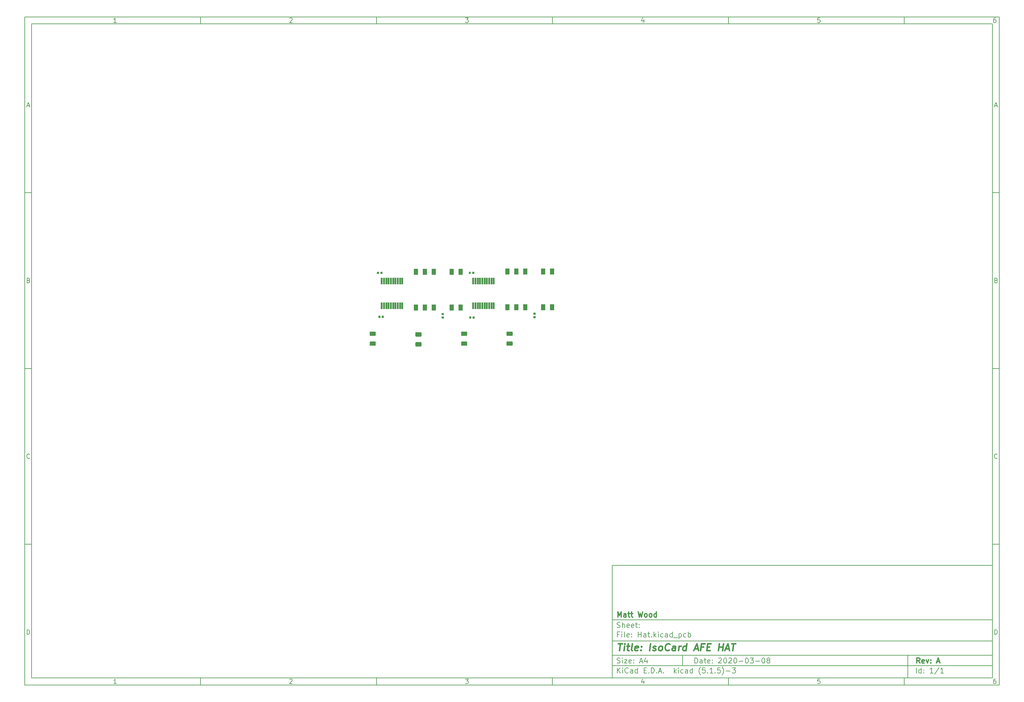
<source format=gbr>
G04 #@! TF.GenerationSoftware,KiCad,Pcbnew,(5.1.5)-3*
G04 #@! TF.CreationDate,2020-03-08T21:12:26+00:00*
G04 #@! TF.ProjectId,Hat,4861742e-6b69-4636-9164-5f7063625858,A*
G04 #@! TF.SameCoordinates,Original*
G04 #@! TF.FileFunction,Paste,Bot*
G04 #@! TF.FilePolarity,Positive*
%FSLAX46Y46*%
G04 Gerber Fmt 4.6, Leading zero omitted, Abs format (unit mm)*
G04 Created by KiCad (PCBNEW (5.1.5)-3) date 2020-03-08 21:12:26*
%MOMM*%
%LPD*%
G04 APERTURE LIST*
%ADD10C,0.100000*%
%ADD11C,0.150000*%
%ADD12C,0.300000*%
%ADD13C,0.400000*%
%ADD14R,1.200000X1.800000*%
%ADD15R,0.480000X1.900000*%
G04 APERTURE END LIST*
D10*
D11*
X177002200Y-166007200D02*
X177002200Y-198007200D01*
X285002200Y-198007200D01*
X285002200Y-166007200D01*
X177002200Y-166007200D01*
D10*
D11*
X10000000Y-10000000D02*
X10000000Y-200007200D01*
X287002200Y-200007200D01*
X287002200Y-10000000D01*
X10000000Y-10000000D01*
D10*
D11*
X12000000Y-12000000D02*
X12000000Y-198007200D01*
X285002200Y-198007200D01*
X285002200Y-12000000D01*
X12000000Y-12000000D01*
D10*
D11*
X60000000Y-12000000D02*
X60000000Y-10000000D01*
D10*
D11*
X110000000Y-12000000D02*
X110000000Y-10000000D01*
D10*
D11*
X160000000Y-12000000D02*
X160000000Y-10000000D01*
D10*
D11*
X210000000Y-12000000D02*
X210000000Y-10000000D01*
D10*
D11*
X260000000Y-12000000D02*
X260000000Y-10000000D01*
D10*
D11*
X36065476Y-11588095D02*
X35322619Y-11588095D01*
X35694047Y-11588095D02*
X35694047Y-10288095D01*
X35570238Y-10473809D01*
X35446428Y-10597619D01*
X35322619Y-10659523D01*
D10*
D11*
X85322619Y-10411904D02*
X85384523Y-10350000D01*
X85508333Y-10288095D01*
X85817857Y-10288095D01*
X85941666Y-10350000D01*
X86003571Y-10411904D01*
X86065476Y-10535714D01*
X86065476Y-10659523D01*
X86003571Y-10845238D01*
X85260714Y-11588095D01*
X86065476Y-11588095D01*
D10*
D11*
X135260714Y-10288095D02*
X136065476Y-10288095D01*
X135632142Y-10783333D01*
X135817857Y-10783333D01*
X135941666Y-10845238D01*
X136003571Y-10907142D01*
X136065476Y-11030952D01*
X136065476Y-11340476D01*
X136003571Y-11464285D01*
X135941666Y-11526190D01*
X135817857Y-11588095D01*
X135446428Y-11588095D01*
X135322619Y-11526190D01*
X135260714Y-11464285D01*
D10*
D11*
X185941666Y-10721428D02*
X185941666Y-11588095D01*
X185632142Y-10226190D02*
X185322619Y-11154761D01*
X186127380Y-11154761D01*
D10*
D11*
X236003571Y-10288095D02*
X235384523Y-10288095D01*
X235322619Y-10907142D01*
X235384523Y-10845238D01*
X235508333Y-10783333D01*
X235817857Y-10783333D01*
X235941666Y-10845238D01*
X236003571Y-10907142D01*
X236065476Y-11030952D01*
X236065476Y-11340476D01*
X236003571Y-11464285D01*
X235941666Y-11526190D01*
X235817857Y-11588095D01*
X235508333Y-11588095D01*
X235384523Y-11526190D01*
X235322619Y-11464285D01*
D10*
D11*
X285941666Y-10288095D02*
X285694047Y-10288095D01*
X285570238Y-10350000D01*
X285508333Y-10411904D01*
X285384523Y-10597619D01*
X285322619Y-10845238D01*
X285322619Y-11340476D01*
X285384523Y-11464285D01*
X285446428Y-11526190D01*
X285570238Y-11588095D01*
X285817857Y-11588095D01*
X285941666Y-11526190D01*
X286003571Y-11464285D01*
X286065476Y-11340476D01*
X286065476Y-11030952D01*
X286003571Y-10907142D01*
X285941666Y-10845238D01*
X285817857Y-10783333D01*
X285570238Y-10783333D01*
X285446428Y-10845238D01*
X285384523Y-10907142D01*
X285322619Y-11030952D01*
D10*
D11*
X60000000Y-198007200D02*
X60000000Y-200007200D01*
D10*
D11*
X110000000Y-198007200D02*
X110000000Y-200007200D01*
D10*
D11*
X160000000Y-198007200D02*
X160000000Y-200007200D01*
D10*
D11*
X210000000Y-198007200D02*
X210000000Y-200007200D01*
D10*
D11*
X260000000Y-198007200D02*
X260000000Y-200007200D01*
D10*
D11*
X36065476Y-199595295D02*
X35322619Y-199595295D01*
X35694047Y-199595295D02*
X35694047Y-198295295D01*
X35570238Y-198481009D01*
X35446428Y-198604819D01*
X35322619Y-198666723D01*
D10*
D11*
X85322619Y-198419104D02*
X85384523Y-198357200D01*
X85508333Y-198295295D01*
X85817857Y-198295295D01*
X85941666Y-198357200D01*
X86003571Y-198419104D01*
X86065476Y-198542914D01*
X86065476Y-198666723D01*
X86003571Y-198852438D01*
X85260714Y-199595295D01*
X86065476Y-199595295D01*
D10*
D11*
X135260714Y-198295295D02*
X136065476Y-198295295D01*
X135632142Y-198790533D01*
X135817857Y-198790533D01*
X135941666Y-198852438D01*
X136003571Y-198914342D01*
X136065476Y-199038152D01*
X136065476Y-199347676D01*
X136003571Y-199471485D01*
X135941666Y-199533390D01*
X135817857Y-199595295D01*
X135446428Y-199595295D01*
X135322619Y-199533390D01*
X135260714Y-199471485D01*
D10*
D11*
X185941666Y-198728628D02*
X185941666Y-199595295D01*
X185632142Y-198233390D02*
X185322619Y-199161961D01*
X186127380Y-199161961D01*
D10*
D11*
X236003571Y-198295295D02*
X235384523Y-198295295D01*
X235322619Y-198914342D01*
X235384523Y-198852438D01*
X235508333Y-198790533D01*
X235817857Y-198790533D01*
X235941666Y-198852438D01*
X236003571Y-198914342D01*
X236065476Y-199038152D01*
X236065476Y-199347676D01*
X236003571Y-199471485D01*
X235941666Y-199533390D01*
X235817857Y-199595295D01*
X235508333Y-199595295D01*
X235384523Y-199533390D01*
X235322619Y-199471485D01*
D10*
D11*
X285941666Y-198295295D02*
X285694047Y-198295295D01*
X285570238Y-198357200D01*
X285508333Y-198419104D01*
X285384523Y-198604819D01*
X285322619Y-198852438D01*
X285322619Y-199347676D01*
X285384523Y-199471485D01*
X285446428Y-199533390D01*
X285570238Y-199595295D01*
X285817857Y-199595295D01*
X285941666Y-199533390D01*
X286003571Y-199471485D01*
X286065476Y-199347676D01*
X286065476Y-199038152D01*
X286003571Y-198914342D01*
X285941666Y-198852438D01*
X285817857Y-198790533D01*
X285570238Y-198790533D01*
X285446428Y-198852438D01*
X285384523Y-198914342D01*
X285322619Y-199038152D01*
D10*
D11*
X10000000Y-60000000D02*
X12000000Y-60000000D01*
D10*
D11*
X10000000Y-110000000D02*
X12000000Y-110000000D01*
D10*
D11*
X10000000Y-160000000D02*
X12000000Y-160000000D01*
D10*
D11*
X10690476Y-35216666D02*
X11309523Y-35216666D01*
X10566666Y-35588095D02*
X11000000Y-34288095D01*
X11433333Y-35588095D01*
D10*
D11*
X11092857Y-84907142D02*
X11278571Y-84969047D01*
X11340476Y-85030952D01*
X11402380Y-85154761D01*
X11402380Y-85340476D01*
X11340476Y-85464285D01*
X11278571Y-85526190D01*
X11154761Y-85588095D01*
X10659523Y-85588095D01*
X10659523Y-84288095D01*
X11092857Y-84288095D01*
X11216666Y-84350000D01*
X11278571Y-84411904D01*
X11340476Y-84535714D01*
X11340476Y-84659523D01*
X11278571Y-84783333D01*
X11216666Y-84845238D01*
X11092857Y-84907142D01*
X10659523Y-84907142D01*
D10*
D11*
X11402380Y-135464285D02*
X11340476Y-135526190D01*
X11154761Y-135588095D01*
X11030952Y-135588095D01*
X10845238Y-135526190D01*
X10721428Y-135402380D01*
X10659523Y-135278571D01*
X10597619Y-135030952D01*
X10597619Y-134845238D01*
X10659523Y-134597619D01*
X10721428Y-134473809D01*
X10845238Y-134350000D01*
X11030952Y-134288095D01*
X11154761Y-134288095D01*
X11340476Y-134350000D01*
X11402380Y-134411904D01*
D10*
D11*
X10659523Y-185588095D02*
X10659523Y-184288095D01*
X10969047Y-184288095D01*
X11154761Y-184350000D01*
X11278571Y-184473809D01*
X11340476Y-184597619D01*
X11402380Y-184845238D01*
X11402380Y-185030952D01*
X11340476Y-185278571D01*
X11278571Y-185402380D01*
X11154761Y-185526190D01*
X10969047Y-185588095D01*
X10659523Y-185588095D01*
D10*
D11*
X287002200Y-60000000D02*
X285002200Y-60000000D01*
D10*
D11*
X287002200Y-110000000D02*
X285002200Y-110000000D01*
D10*
D11*
X287002200Y-160000000D02*
X285002200Y-160000000D01*
D10*
D11*
X285692676Y-35216666D02*
X286311723Y-35216666D01*
X285568866Y-35588095D02*
X286002200Y-34288095D01*
X286435533Y-35588095D01*
D10*
D11*
X286095057Y-84907142D02*
X286280771Y-84969047D01*
X286342676Y-85030952D01*
X286404580Y-85154761D01*
X286404580Y-85340476D01*
X286342676Y-85464285D01*
X286280771Y-85526190D01*
X286156961Y-85588095D01*
X285661723Y-85588095D01*
X285661723Y-84288095D01*
X286095057Y-84288095D01*
X286218866Y-84350000D01*
X286280771Y-84411904D01*
X286342676Y-84535714D01*
X286342676Y-84659523D01*
X286280771Y-84783333D01*
X286218866Y-84845238D01*
X286095057Y-84907142D01*
X285661723Y-84907142D01*
D10*
D11*
X286404580Y-135464285D02*
X286342676Y-135526190D01*
X286156961Y-135588095D01*
X286033152Y-135588095D01*
X285847438Y-135526190D01*
X285723628Y-135402380D01*
X285661723Y-135278571D01*
X285599819Y-135030952D01*
X285599819Y-134845238D01*
X285661723Y-134597619D01*
X285723628Y-134473809D01*
X285847438Y-134350000D01*
X286033152Y-134288095D01*
X286156961Y-134288095D01*
X286342676Y-134350000D01*
X286404580Y-134411904D01*
D10*
D11*
X285661723Y-185588095D02*
X285661723Y-184288095D01*
X285971247Y-184288095D01*
X286156961Y-184350000D01*
X286280771Y-184473809D01*
X286342676Y-184597619D01*
X286404580Y-184845238D01*
X286404580Y-185030952D01*
X286342676Y-185278571D01*
X286280771Y-185402380D01*
X286156961Y-185526190D01*
X285971247Y-185588095D01*
X285661723Y-185588095D01*
D10*
D11*
X200434342Y-193785771D02*
X200434342Y-192285771D01*
X200791485Y-192285771D01*
X201005771Y-192357200D01*
X201148628Y-192500057D01*
X201220057Y-192642914D01*
X201291485Y-192928628D01*
X201291485Y-193142914D01*
X201220057Y-193428628D01*
X201148628Y-193571485D01*
X201005771Y-193714342D01*
X200791485Y-193785771D01*
X200434342Y-193785771D01*
X202577200Y-193785771D02*
X202577200Y-193000057D01*
X202505771Y-192857200D01*
X202362914Y-192785771D01*
X202077200Y-192785771D01*
X201934342Y-192857200D01*
X202577200Y-193714342D02*
X202434342Y-193785771D01*
X202077200Y-193785771D01*
X201934342Y-193714342D01*
X201862914Y-193571485D01*
X201862914Y-193428628D01*
X201934342Y-193285771D01*
X202077200Y-193214342D01*
X202434342Y-193214342D01*
X202577200Y-193142914D01*
X203077200Y-192785771D02*
X203648628Y-192785771D01*
X203291485Y-192285771D02*
X203291485Y-193571485D01*
X203362914Y-193714342D01*
X203505771Y-193785771D01*
X203648628Y-193785771D01*
X204720057Y-193714342D02*
X204577200Y-193785771D01*
X204291485Y-193785771D01*
X204148628Y-193714342D01*
X204077200Y-193571485D01*
X204077200Y-193000057D01*
X204148628Y-192857200D01*
X204291485Y-192785771D01*
X204577200Y-192785771D01*
X204720057Y-192857200D01*
X204791485Y-193000057D01*
X204791485Y-193142914D01*
X204077200Y-193285771D01*
X205434342Y-193642914D02*
X205505771Y-193714342D01*
X205434342Y-193785771D01*
X205362914Y-193714342D01*
X205434342Y-193642914D01*
X205434342Y-193785771D01*
X205434342Y-192857200D02*
X205505771Y-192928628D01*
X205434342Y-193000057D01*
X205362914Y-192928628D01*
X205434342Y-192857200D01*
X205434342Y-193000057D01*
X207220057Y-192428628D02*
X207291485Y-192357200D01*
X207434342Y-192285771D01*
X207791485Y-192285771D01*
X207934342Y-192357200D01*
X208005771Y-192428628D01*
X208077200Y-192571485D01*
X208077200Y-192714342D01*
X208005771Y-192928628D01*
X207148628Y-193785771D01*
X208077200Y-193785771D01*
X209005771Y-192285771D02*
X209148628Y-192285771D01*
X209291485Y-192357200D01*
X209362914Y-192428628D01*
X209434342Y-192571485D01*
X209505771Y-192857200D01*
X209505771Y-193214342D01*
X209434342Y-193500057D01*
X209362914Y-193642914D01*
X209291485Y-193714342D01*
X209148628Y-193785771D01*
X209005771Y-193785771D01*
X208862914Y-193714342D01*
X208791485Y-193642914D01*
X208720057Y-193500057D01*
X208648628Y-193214342D01*
X208648628Y-192857200D01*
X208720057Y-192571485D01*
X208791485Y-192428628D01*
X208862914Y-192357200D01*
X209005771Y-192285771D01*
X210077200Y-192428628D02*
X210148628Y-192357200D01*
X210291485Y-192285771D01*
X210648628Y-192285771D01*
X210791485Y-192357200D01*
X210862914Y-192428628D01*
X210934342Y-192571485D01*
X210934342Y-192714342D01*
X210862914Y-192928628D01*
X210005771Y-193785771D01*
X210934342Y-193785771D01*
X211862914Y-192285771D02*
X212005771Y-192285771D01*
X212148628Y-192357200D01*
X212220057Y-192428628D01*
X212291485Y-192571485D01*
X212362914Y-192857200D01*
X212362914Y-193214342D01*
X212291485Y-193500057D01*
X212220057Y-193642914D01*
X212148628Y-193714342D01*
X212005771Y-193785771D01*
X211862914Y-193785771D01*
X211720057Y-193714342D01*
X211648628Y-193642914D01*
X211577200Y-193500057D01*
X211505771Y-193214342D01*
X211505771Y-192857200D01*
X211577200Y-192571485D01*
X211648628Y-192428628D01*
X211720057Y-192357200D01*
X211862914Y-192285771D01*
X213005771Y-193214342D02*
X214148628Y-193214342D01*
X215148628Y-192285771D02*
X215291485Y-192285771D01*
X215434342Y-192357200D01*
X215505771Y-192428628D01*
X215577200Y-192571485D01*
X215648628Y-192857200D01*
X215648628Y-193214342D01*
X215577200Y-193500057D01*
X215505771Y-193642914D01*
X215434342Y-193714342D01*
X215291485Y-193785771D01*
X215148628Y-193785771D01*
X215005771Y-193714342D01*
X214934342Y-193642914D01*
X214862914Y-193500057D01*
X214791485Y-193214342D01*
X214791485Y-192857200D01*
X214862914Y-192571485D01*
X214934342Y-192428628D01*
X215005771Y-192357200D01*
X215148628Y-192285771D01*
X216148628Y-192285771D02*
X217077200Y-192285771D01*
X216577200Y-192857200D01*
X216791485Y-192857200D01*
X216934342Y-192928628D01*
X217005771Y-193000057D01*
X217077200Y-193142914D01*
X217077200Y-193500057D01*
X217005771Y-193642914D01*
X216934342Y-193714342D01*
X216791485Y-193785771D01*
X216362914Y-193785771D01*
X216220057Y-193714342D01*
X216148628Y-193642914D01*
X217720057Y-193214342D02*
X218862914Y-193214342D01*
X219862914Y-192285771D02*
X220005771Y-192285771D01*
X220148628Y-192357200D01*
X220220057Y-192428628D01*
X220291485Y-192571485D01*
X220362914Y-192857200D01*
X220362914Y-193214342D01*
X220291485Y-193500057D01*
X220220057Y-193642914D01*
X220148628Y-193714342D01*
X220005771Y-193785771D01*
X219862914Y-193785771D01*
X219720057Y-193714342D01*
X219648628Y-193642914D01*
X219577200Y-193500057D01*
X219505771Y-193214342D01*
X219505771Y-192857200D01*
X219577200Y-192571485D01*
X219648628Y-192428628D01*
X219720057Y-192357200D01*
X219862914Y-192285771D01*
X221220057Y-192928628D02*
X221077200Y-192857200D01*
X221005771Y-192785771D01*
X220934342Y-192642914D01*
X220934342Y-192571485D01*
X221005771Y-192428628D01*
X221077200Y-192357200D01*
X221220057Y-192285771D01*
X221505771Y-192285771D01*
X221648628Y-192357200D01*
X221720057Y-192428628D01*
X221791485Y-192571485D01*
X221791485Y-192642914D01*
X221720057Y-192785771D01*
X221648628Y-192857200D01*
X221505771Y-192928628D01*
X221220057Y-192928628D01*
X221077200Y-193000057D01*
X221005771Y-193071485D01*
X220934342Y-193214342D01*
X220934342Y-193500057D01*
X221005771Y-193642914D01*
X221077200Y-193714342D01*
X221220057Y-193785771D01*
X221505771Y-193785771D01*
X221648628Y-193714342D01*
X221720057Y-193642914D01*
X221791485Y-193500057D01*
X221791485Y-193214342D01*
X221720057Y-193071485D01*
X221648628Y-193000057D01*
X221505771Y-192928628D01*
D10*
D11*
X177002200Y-194507200D02*
X285002200Y-194507200D01*
D10*
D11*
X178434342Y-196585771D02*
X178434342Y-195085771D01*
X179291485Y-196585771D02*
X178648628Y-195728628D01*
X179291485Y-195085771D02*
X178434342Y-195942914D01*
X179934342Y-196585771D02*
X179934342Y-195585771D01*
X179934342Y-195085771D02*
X179862914Y-195157200D01*
X179934342Y-195228628D01*
X180005771Y-195157200D01*
X179934342Y-195085771D01*
X179934342Y-195228628D01*
X181505771Y-196442914D02*
X181434342Y-196514342D01*
X181220057Y-196585771D01*
X181077200Y-196585771D01*
X180862914Y-196514342D01*
X180720057Y-196371485D01*
X180648628Y-196228628D01*
X180577200Y-195942914D01*
X180577200Y-195728628D01*
X180648628Y-195442914D01*
X180720057Y-195300057D01*
X180862914Y-195157200D01*
X181077200Y-195085771D01*
X181220057Y-195085771D01*
X181434342Y-195157200D01*
X181505771Y-195228628D01*
X182791485Y-196585771D02*
X182791485Y-195800057D01*
X182720057Y-195657200D01*
X182577200Y-195585771D01*
X182291485Y-195585771D01*
X182148628Y-195657200D01*
X182791485Y-196514342D02*
X182648628Y-196585771D01*
X182291485Y-196585771D01*
X182148628Y-196514342D01*
X182077200Y-196371485D01*
X182077200Y-196228628D01*
X182148628Y-196085771D01*
X182291485Y-196014342D01*
X182648628Y-196014342D01*
X182791485Y-195942914D01*
X184148628Y-196585771D02*
X184148628Y-195085771D01*
X184148628Y-196514342D02*
X184005771Y-196585771D01*
X183720057Y-196585771D01*
X183577200Y-196514342D01*
X183505771Y-196442914D01*
X183434342Y-196300057D01*
X183434342Y-195871485D01*
X183505771Y-195728628D01*
X183577200Y-195657200D01*
X183720057Y-195585771D01*
X184005771Y-195585771D01*
X184148628Y-195657200D01*
X186005771Y-195800057D02*
X186505771Y-195800057D01*
X186720057Y-196585771D02*
X186005771Y-196585771D01*
X186005771Y-195085771D01*
X186720057Y-195085771D01*
X187362914Y-196442914D02*
X187434342Y-196514342D01*
X187362914Y-196585771D01*
X187291485Y-196514342D01*
X187362914Y-196442914D01*
X187362914Y-196585771D01*
X188077200Y-196585771D02*
X188077200Y-195085771D01*
X188434342Y-195085771D01*
X188648628Y-195157200D01*
X188791485Y-195300057D01*
X188862914Y-195442914D01*
X188934342Y-195728628D01*
X188934342Y-195942914D01*
X188862914Y-196228628D01*
X188791485Y-196371485D01*
X188648628Y-196514342D01*
X188434342Y-196585771D01*
X188077200Y-196585771D01*
X189577200Y-196442914D02*
X189648628Y-196514342D01*
X189577200Y-196585771D01*
X189505771Y-196514342D01*
X189577200Y-196442914D01*
X189577200Y-196585771D01*
X190220057Y-196157200D02*
X190934342Y-196157200D01*
X190077200Y-196585771D02*
X190577200Y-195085771D01*
X191077200Y-196585771D01*
X191577200Y-196442914D02*
X191648628Y-196514342D01*
X191577200Y-196585771D01*
X191505771Y-196514342D01*
X191577200Y-196442914D01*
X191577200Y-196585771D01*
X194577200Y-196585771D02*
X194577200Y-195085771D01*
X194720057Y-196014342D02*
X195148628Y-196585771D01*
X195148628Y-195585771D02*
X194577200Y-196157200D01*
X195791485Y-196585771D02*
X195791485Y-195585771D01*
X195791485Y-195085771D02*
X195720057Y-195157200D01*
X195791485Y-195228628D01*
X195862914Y-195157200D01*
X195791485Y-195085771D01*
X195791485Y-195228628D01*
X197148628Y-196514342D02*
X197005771Y-196585771D01*
X196720057Y-196585771D01*
X196577200Y-196514342D01*
X196505771Y-196442914D01*
X196434342Y-196300057D01*
X196434342Y-195871485D01*
X196505771Y-195728628D01*
X196577200Y-195657200D01*
X196720057Y-195585771D01*
X197005771Y-195585771D01*
X197148628Y-195657200D01*
X198434342Y-196585771D02*
X198434342Y-195800057D01*
X198362914Y-195657200D01*
X198220057Y-195585771D01*
X197934342Y-195585771D01*
X197791485Y-195657200D01*
X198434342Y-196514342D02*
X198291485Y-196585771D01*
X197934342Y-196585771D01*
X197791485Y-196514342D01*
X197720057Y-196371485D01*
X197720057Y-196228628D01*
X197791485Y-196085771D01*
X197934342Y-196014342D01*
X198291485Y-196014342D01*
X198434342Y-195942914D01*
X199791485Y-196585771D02*
X199791485Y-195085771D01*
X199791485Y-196514342D02*
X199648628Y-196585771D01*
X199362914Y-196585771D01*
X199220057Y-196514342D01*
X199148628Y-196442914D01*
X199077200Y-196300057D01*
X199077200Y-195871485D01*
X199148628Y-195728628D01*
X199220057Y-195657200D01*
X199362914Y-195585771D01*
X199648628Y-195585771D01*
X199791485Y-195657200D01*
X202077200Y-197157200D02*
X202005771Y-197085771D01*
X201862914Y-196871485D01*
X201791485Y-196728628D01*
X201720057Y-196514342D01*
X201648628Y-196157200D01*
X201648628Y-195871485D01*
X201720057Y-195514342D01*
X201791485Y-195300057D01*
X201862914Y-195157200D01*
X202005771Y-194942914D01*
X202077200Y-194871485D01*
X203362914Y-195085771D02*
X202648628Y-195085771D01*
X202577200Y-195800057D01*
X202648628Y-195728628D01*
X202791485Y-195657200D01*
X203148628Y-195657200D01*
X203291485Y-195728628D01*
X203362914Y-195800057D01*
X203434342Y-195942914D01*
X203434342Y-196300057D01*
X203362914Y-196442914D01*
X203291485Y-196514342D01*
X203148628Y-196585771D01*
X202791485Y-196585771D01*
X202648628Y-196514342D01*
X202577200Y-196442914D01*
X204077200Y-196442914D02*
X204148628Y-196514342D01*
X204077200Y-196585771D01*
X204005771Y-196514342D01*
X204077200Y-196442914D01*
X204077200Y-196585771D01*
X205577200Y-196585771D02*
X204720057Y-196585771D01*
X205148628Y-196585771D02*
X205148628Y-195085771D01*
X205005771Y-195300057D01*
X204862914Y-195442914D01*
X204720057Y-195514342D01*
X206220057Y-196442914D02*
X206291485Y-196514342D01*
X206220057Y-196585771D01*
X206148628Y-196514342D01*
X206220057Y-196442914D01*
X206220057Y-196585771D01*
X207648628Y-195085771D02*
X206934342Y-195085771D01*
X206862914Y-195800057D01*
X206934342Y-195728628D01*
X207077200Y-195657200D01*
X207434342Y-195657200D01*
X207577200Y-195728628D01*
X207648628Y-195800057D01*
X207720057Y-195942914D01*
X207720057Y-196300057D01*
X207648628Y-196442914D01*
X207577200Y-196514342D01*
X207434342Y-196585771D01*
X207077200Y-196585771D01*
X206934342Y-196514342D01*
X206862914Y-196442914D01*
X208220057Y-197157200D02*
X208291485Y-197085771D01*
X208434342Y-196871485D01*
X208505771Y-196728628D01*
X208577200Y-196514342D01*
X208648628Y-196157200D01*
X208648628Y-195871485D01*
X208577200Y-195514342D01*
X208505771Y-195300057D01*
X208434342Y-195157200D01*
X208291485Y-194942914D01*
X208220057Y-194871485D01*
X209362914Y-196014342D02*
X210505771Y-196014342D01*
X211077200Y-195085771D02*
X212005771Y-195085771D01*
X211505771Y-195657200D01*
X211720057Y-195657200D01*
X211862914Y-195728628D01*
X211934342Y-195800057D01*
X212005771Y-195942914D01*
X212005771Y-196300057D01*
X211934342Y-196442914D01*
X211862914Y-196514342D01*
X211720057Y-196585771D01*
X211291485Y-196585771D01*
X211148628Y-196514342D01*
X211077200Y-196442914D01*
D10*
D11*
X177002200Y-191507200D02*
X285002200Y-191507200D01*
D10*
D12*
X264411485Y-193785771D02*
X263911485Y-193071485D01*
X263554342Y-193785771D02*
X263554342Y-192285771D01*
X264125771Y-192285771D01*
X264268628Y-192357200D01*
X264340057Y-192428628D01*
X264411485Y-192571485D01*
X264411485Y-192785771D01*
X264340057Y-192928628D01*
X264268628Y-193000057D01*
X264125771Y-193071485D01*
X263554342Y-193071485D01*
X265625771Y-193714342D02*
X265482914Y-193785771D01*
X265197200Y-193785771D01*
X265054342Y-193714342D01*
X264982914Y-193571485D01*
X264982914Y-193000057D01*
X265054342Y-192857200D01*
X265197200Y-192785771D01*
X265482914Y-192785771D01*
X265625771Y-192857200D01*
X265697200Y-193000057D01*
X265697200Y-193142914D01*
X264982914Y-193285771D01*
X266197200Y-192785771D02*
X266554342Y-193785771D01*
X266911485Y-192785771D01*
X267482914Y-193642914D02*
X267554342Y-193714342D01*
X267482914Y-193785771D01*
X267411485Y-193714342D01*
X267482914Y-193642914D01*
X267482914Y-193785771D01*
X267482914Y-192857200D02*
X267554342Y-192928628D01*
X267482914Y-193000057D01*
X267411485Y-192928628D01*
X267482914Y-192857200D01*
X267482914Y-193000057D01*
X269268628Y-193357200D02*
X269982914Y-193357200D01*
X269125771Y-193785771D02*
X269625771Y-192285771D01*
X270125771Y-193785771D01*
D10*
D11*
X178362914Y-193714342D02*
X178577200Y-193785771D01*
X178934342Y-193785771D01*
X179077200Y-193714342D01*
X179148628Y-193642914D01*
X179220057Y-193500057D01*
X179220057Y-193357200D01*
X179148628Y-193214342D01*
X179077200Y-193142914D01*
X178934342Y-193071485D01*
X178648628Y-193000057D01*
X178505771Y-192928628D01*
X178434342Y-192857200D01*
X178362914Y-192714342D01*
X178362914Y-192571485D01*
X178434342Y-192428628D01*
X178505771Y-192357200D01*
X178648628Y-192285771D01*
X179005771Y-192285771D01*
X179220057Y-192357200D01*
X179862914Y-193785771D02*
X179862914Y-192785771D01*
X179862914Y-192285771D02*
X179791485Y-192357200D01*
X179862914Y-192428628D01*
X179934342Y-192357200D01*
X179862914Y-192285771D01*
X179862914Y-192428628D01*
X180434342Y-192785771D02*
X181220057Y-192785771D01*
X180434342Y-193785771D01*
X181220057Y-193785771D01*
X182362914Y-193714342D02*
X182220057Y-193785771D01*
X181934342Y-193785771D01*
X181791485Y-193714342D01*
X181720057Y-193571485D01*
X181720057Y-193000057D01*
X181791485Y-192857200D01*
X181934342Y-192785771D01*
X182220057Y-192785771D01*
X182362914Y-192857200D01*
X182434342Y-193000057D01*
X182434342Y-193142914D01*
X181720057Y-193285771D01*
X183077200Y-193642914D02*
X183148628Y-193714342D01*
X183077200Y-193785771D01*
X183005771Y-193714342D01*
X183077200Y-193642914D01*
X183077200Y-193785771D01*
X183077200Y-192857200D02*
X183148628Y-192928628D01*
X183077200Y-193000057D01*
X183005771Y-192928628D01*
X183077200Y-192857200D01*
X183077200Y-193000057D01*
X184862914Y-193357200D02*
X185577200Y-193357200D01*
X184720057Y-193785771D02*
X185220057Y-192285771D01*
X185720057Y-193785771D01*
X186862914Y-192785771D02*
X186862914Y-193785771D01*
X186505771Y-192214342D02*
X186148628Y-193285771D01*
X187077200Y-193285771D01*
D10*
D11*
X263434342Y-196585771D02*
X263434342Y-195085771D01*
X264791485Y-196585771D02*
X264791485Y-195085771D01*
X264791485Y-196514342D02*
X264648628Y-196585771D01*
X264362914Y-196585771D01*
X264220057Y-196514342D01*
X264148628Y-196442914D01*
X264077200Y-196300057D01*
X264077200Y-195871485D01*
X264148628Y-195728628D01*
X264220057Y-195657200D01*
X264362914Y-195585771D01*
X264648628Y-195585771D01*
X264791485Y-195657200D01*
X265505771Y-196442914D02*
X265577200Y-196514342D01*
X265505771Y-196585771D01*
X265434342Y-196514342D01*
X265505771Y-196442914D01*
X265505771Y-196585771D01*
X265505771Y-195657200D02*
X265577200Y-195728628D01*
X265505771Y-195800057D01*
X265434342Y-195728628D01*
X265505771Y-195657200D01*
X265505771Y-195800057D01*
X268148628Y-196585771D02*
X267291485Y-196585771D01*
X267720057Y-196585771D02*
X267720057Y-195085771D01*
X267577200Y-195300057D01*
X267434342Y-195442914D01*
X267291485Y-195514342D01*
X269862914Y-195014342D02*
X268577200Y-196942914D01*
X271148628Y-196585771D02*
X270291485Y-196585771D01*
X270720057Y-196585771D02*
X270720057Y-195085771D01*
X270577200Y-195300057D01*
X270434342Y-195442914D01*
X270291485Y-195514342D01*
D10*
D11*
X177002200Y-187507200D02*
X285002200Y-187507200D01*
D10*
D13*
X178714580Y-188211961D02*
X179857438Y-188211961D01*
X179036009Y-190211961D02*
X179286009Y-188211961D01*
X180274104Y-190211961D02*
X180440771Y-188878628D01*
X180524104Y-188211961D02*
X180416961Y-188307200D01*
X180500295Y-188402438D01*
X180607438Y-188307200D01*
X180524104Y-188211961D01*
X180500295Y-188402438D01*
X181107438Y-188878628D02*
X181869342Y-188878628D01*
X181476485Y-188211961D02*
X181262200Y-189926247D01*
X181333628Y-190116723D01*
X181512200Y-190211961D01*
X181702676Y-190211961D01*
X182655057Y-190211961D02*
X182476485Y-190116723D01*
X182405057Y-189926247D01*
X182619342Y-188211961D01*
X184190771Y-190116723D02*
X183988390Y-190211961D01*
X183607438Y-190211961D01*
X183428866Y-190116723D01*
X183357438Y-189926247D01*
X183452676Y-189164342D01*
X183571723Y-188973866D01*
X183774104Y-188878628D01*
X184155057Y-188878628D01*
X184333628Y-188973866D01*
X184405057Y-189164342D01*
X184381247Y-189354819D01*
X183405057Y-189545295D01*
X185155057Y-190021485D02*
X185238390Y-190116723D01*
X185131247Y-190211961D01*
X185047914Y-190116723D01*
X185155057Y-190021485D01*
X185131247Y-190211961D01*
X185286009Y-188973866D02*
X185369342Y-189069104D01*
X185262200Y-189164342D01*
X185178866Y-189069104D01*
X185286009Y-188973866D01*
X185262200Y-189164342D01*
X187607438Y-190211961D02*
X187857438Y-188211961D01*
X188476485Y-190116723D02*
X188655057Y-190211961D01*
X189036009Y-190211961D01*
X189238390Y-190116723D01*
X189357438Y-189926247D01*
X189369342Y-189831009D01*
X189297914Y-189640533D01*
X189119342Y-189545295D01*
X188833628Y-189545295D01*
X188655057Y-189450057D01*
X188583628Y-189259580D01*
X188595533Y-189164342D01*
X188714580Y-188973866D01*
X188916961Y-188878628D01*
X189202676Y-188878628D01*
X189381247Y-188973866D01*
X190464580Y-190211961D02*
X190286009Y-190116723D01*
X190202676Y-190021485D01*
X190131247Y-189831009D01*
X190202676Y-189259580D01*
X190321723Y-189069104D01*
X190428866Y-188973866D01*
X190631247Y-188878628D01*
X190916961Y-188878628D01*
X191095533Y-188973866D01*
X191178866Y-189069104D01*
X191250295Y-189259580D01*
X191178866Y-189831009D01*
X191059819Y-190021485D01*
X190952676Y-190116723D01*
X190750295Y-190211961D01*
X190464580Y-190211961D01*
X193155057Y-190021485D02*
X193047914Y-190116723D01*
X192750295Y-190211961D01*
X192559819Y-190211961D01*
X192286009Y-190116723D01*
X192119342Y-189926247D01*
X192047914Y-189735771D01*
X192000295Y-189354819D01*
X192036009Y-189069104D01*
X192178866Y-188688152D01*
X192297914Y-188497676D01*
X192512200Y-188307200D01*
X192809819Y-188211961D01*
X193000295Y-188211961D01*
X193274104Y-188307200D01*
X193357438Y-188402438D01*
X194845533Y-190211961D02*
X194976485Y-189164342D01*
X194905057Y-188973866D01*
X194726485Y-188878628D01*
X194345533Y-188878628D01*
X194143152Y-188973866D01*
X194857438Y-190116723D02*
X194655057Y-190211961D01*
X194178866Y-190211961D01*
X194000295Y-190116723D01*
X193928866Y-189926247D01*
X193952676Y-189735771D01*
X194071723Y-189545295D01*
X194274104Y-189450057D01*
X194750295Y-189450057D01*
X194952676Y-189354819D01*
X195797914Y-190211961D02*
X195964580Y-188878628D01*
X195916961Y-189259580D02*
X196036009Y-189069104D01*
X196143152Y-188973866D01*
X196345533Y-188878628D01*
X196536009Y-188878628D01*
X197893152Y-190211961D02*
X198143152Y-188211961D01*
X197905057Y-190116723D02*
X197702676Y-190211961D01*
X197321723Y-190211961D01*
X197143152Y-190116723D01*
X197059819Y-190021485D01*
X196988390Y-189831009D01*
X197059819Y-189259580D01*
X197178866Y-189069104D01*
X197286009Y-188973866D01*
X197488390Y-188878628D01*
X197869342Y-188878628D01*
X198047914Y-188973866D01*
X200345533Y-189640533D02*
X201297914Y-189640533D01*
X200083628Y-190211961D02*
X201000295Y-188211961D01*
X201416961Y-190211961D01*
X202881247Y-189164342D02*
X202214580Y-189164342D01*
X202083628Y-190211961D02*
X202333628Y-188211961D01*
X203286009Y-188211961D01*
X203928866Y-189164342D02*
X204595533Y-189164342D01*
X204750295Y-190211961D02*
X203797914Y-190211961D01*
X204047914Y-188211961D01*
X205000295Y-188211961D01*
X207131247Y-190211961D02*
X207381247Y-188211961D01*
X207262200Y-189164342D02*
X208405057Y-189164342D01*
X208274104Y-190211961D02*
X208524104Y-188211961D01*
X209202676Y-189640533D02*
X210155057Y-189640533D01*
X208940771Y-190211961D02*
X209857438Y-188211961D01*
X210274104Y-190211961D01*
X210905057Y-188211961D02*
X212047914Y-188211961D01*
X211226485Y-190211961D02*
X211476485Y-188211961D01*
D10*
D11*
X178934342Y-185600057D02*
X178434342Y-185600057D01*
X178434342Y-186385771D02*
X178434342Y-184885771D01*
X179148628Y-184885771D01*
X179720057Y-186385771D02*
X179720057Y-185385771D01*
X179720057Y-184885771D02*
X179648628Y-184957200D01*
X179720057Y-185028628D01*
X179791485Y-184957200D01*
X179720057Y-184885771D01*
X179720057Y-185028628D01*
X180648628Y-186385771D02*
X180505771Y-186314342D01*
X180434342Y-186171485D01*
X180434342Y-184885771D01*
X181791485Y-186314342D02*
X181648628Y-186385771D01*
X181362914Y-186385771D01*
X181220057Y-186314342D01*
X181148628Y-186171485D01*
X181148628Y-185600057D01*
X181220057Y-185457200D01*
X181362914Y-185385771D01*
X181648628Y-185385771D01*
X181791485Y-185457200D01*
X181862914Y-185600057D01*
X181862914Y-185742914D01*
X181148628Y-185885771D01*
X182505771Y-186242914D02*
X182577200Y-186314342D01*
X182505771Y-186385771D01*
X182434342Y-186314342D01*
X182505771Y-186242914D01*
X182505771Y-186385771D01*
X182505771Y-185457200D02*
X182577200Y-185528628D01*
X182505771Y-185600057D01*
X182434342Y-185528628D01*
X182505771Y-185457200D01*
X182505771Y-185600057D01*
X184362914Y-186385771D02*
X184362914Y-184885771D01*
X184362914Y-185600057D02*
X185220057Y-185600057D01*
X185220057Y-186385771D02*
X185220057Y-184885771D01*
X186577200Y-186385771D02*
X186577200Y-185600057D01*
X186505771Y-185457200D01*
X186362914Y-185385771D01*
X186077200Y-185385771D01*
X185934342Y-185457200D01*
X186577200Y-186314342D02*
X186434342Y-186385771D01*
X186077200Y-186385771D01*
X185934342Y-186314342D01*
X185862914Y-186171485D01*
X185862914Y-186028628D01*
X185934342Y-185885771D01*
X186077200Y-185814342D01*
X186434342Y-185814342D01*
X186577200Y-185742914D01*
X187077200Y-185385771D02*
X187648628Y-185385771D01*
X187291485Y-184885771D02*
X187291485Y-186171485D01*
X187362914Y-186314342D01*
X187505771Y-186385771D01*
X187648628Y-186385771D01*
X188148628Y-186242914D02*
X188220057Y-186314342D01*
X188148628Y-186385771D01*
X188077200Y-186314342D01*
X188148628Y-186242914D01*
X188148628Y-186385771D01*
X188862914Y-186385771D02*
X188862914Y-184885771D01*
X189005771Y-185814342D02*
X189434342Y-186385771D01*
X189434342Y-185385771D02*
X188862914Y-185957200D01*
X190077200Y-186385771D02*
X190077200Y-185385771D01*
X190077200Y-184885771D02*
X190005771Y-184957200D01*
X190077200Y-185028628D01*
X190148628Y-184957200D01*
X190077200Y-184885771D01*
X190077200Y-185028628D01*
X191434342Y-186314342D02*
X191291485Y-186385771D01*
X191005771Y-186385771D01*
X190862914Y-186314342D01*
X190791485Y-186242914D01*
X190720057Y-186100057D01*
X190720057Y-185671485D01*
X190791485Y-185528628D01*
X190862914Y-185457200D01*
X191005771Y-185385771D01*
X191291485Y-185385771D01*
X191434342Y-185457200D01*
X192720057Y-186385771D02*
X192720057Y-185600057D01*
X192648628Y-185457200D01*
X192505771Y-185385771D01*
X192220057Y-185385771D01*
X192077200Y-185457200D01*
X192720057Y-186314342D02*
X192577200Y-186385771D01*
X192220057Y-186385771D01*
X192077200Y-186314342D01*
X192005771Y-186171485D01*
X192005771Y-186028628D01*
X192077200Y-185885771D01*
X192220057Y-185814342D01*
X192577200Y-185814342D01*
X192720057Y-185742914D01*
X194077200Y-186385771D02*
X194077200Y-184885771D01*
X194077200Y-186314342D02*
X193934342Y-186385771D01*
X193648628Y-186385771D01*
X193505771Y-186314342D01*
X193434342Y-186242914D01*
X193362914Y-186100057D01*
X193362914Y-185671485D01*
X193434342Y-185528628D01*
X193505771Y-185457200D01*
X193648628Y-185385771D01*
X193934342Y-185385771D01*
X194077200Y-185457200D01*
X194434342Y-186528628D02*
X195577200Y-186528628D01*
X195934342Y-185385771D02*
X195934342Y-186885771D01*
X195934342Y-185457200D02*
X196077200Y-185385771D01*
X196362914Y-185385771D01*
X196505771Y-185457200D01*
X196577200Y-185528628D01*
X196648628Y-185671485D01*
X196648628Y-186100057D01*
X196577200Y-186242914D01*
X196505771Y-186314342D01*
X196362914Y-186385771D01*
X196077200Y-186385771D01*
X195934342Y-186314342D01*
X197934342Y-186314342D02*
X197791485Y-186385771D01*
X197505771Y-186385771D01*
X197362914Y-186314342D01*
X197291485Y-186242914D01*
X197220057Y-186100057D01*
X197220057Y-185671485D01*
X197291485Y-185528628D01*
X197362914Y-185457200D01*
X197505771Y-185385771D01*
X197791485Y-185385771D01*
X197934342Y-185457200D01*
X198577200Y-186385771D02*
X198577200Y-184885771D01*
X198577200Y-185457200D02*
X198720057Y-185385771D01*
X199005771Y-185385771D01*
X199148628Y-185457200D01*
X199220057Y-185528628D01*
X199291485Y-185671485D01*
X199291485Y-186100057D01*
X199220057Y-186242914D01*
X199148628Y-186314342D01*
X199005771Y-186385771D01*
X198720057Y-186385771D01*
X198577200Y-186314342D01*
D10*
D11*
X177002200Y-181507200D02*
X285002200Y-181507200D01*
D10*
D11*
X178362914Y-183614342D02*
X178577200Y-183685771D01*
X178934342Y-183685771D01*
X179077200Y-183614342D01*
X179148628Y-183542914D01*
X179220057Y-183400057D01*
X179220057Y-183257200D01*
X179148628Y-183114342D01*
X179077200Y-183042914D01*
X178934342Y-182971485D01*
X178648628Y-182900057D01*
X178505771Y-182828628D01*
X178434342Y-182757200D01*
X178362914Y-182614342D01*
X178362914Y-182471485D01*
X178434342Y-182328628D01*
X178505771Y-182257200D01*
X178648628Y-182185771D01*
X179005771Y-182185771D01*
X179220057Y-182257200D01*
X179862914Y-183685771D02*
X179862914Y-182185771D01*
X180505771Y-183685771D02*
X180505771Y-182900057D01*
X180434342Y-182757200D01*
X180291485Y-182685771D01*
X180077200Y-182685771D01*
X179934342Y-182757200D01*
X179862914Y-182828628D01*
X181791485Y-183614342D02*
X181648628Y-183685771D01*
X181362914Y-183685771D01*
X181220057Y-183614342D01*
X181148628Y-183471485D01*
X181148628Y-182900057D01*
X181220057Y-182757200D01*
X181362914Y-182685771D01*
X181648628Y-182685771D01*
X181791485Y-182757200D01*
X181862914Y-182900057D01*
X181862914Y-183042914D01*
X181148628Y-183185771D01*
X183077200Y-183614342D02*
X182934342Y-183685771D01*
X182648628Y-183685771D01*
X182505771Y-183614342D01*
X182434342Y-183471485D01*
X182434342Y-182900057D01*
X182505771Y-182757200D01*
X182648628Y-182685771D01*
X182934342Y-182685771D01*
X183077200Y-182757200D01*
X183148628Y-182900057D01*
X183148628Y-183042914D01*
X182434342Y-183185771D01*
X183577200Y-182685771D02*
X184148628Y-182685771D01*
X183791485Y-182185771D02*
X183791485Y-183471485D01*
X183862914Y-183614342D01*
X184005771Y-183685771D01*
X184148628Y-183685771D01*
X184648628Y-183542914D02*
X184720057Y-183614342D01*
X184648628Y-183685771D01*
X184577200Y-183614342D01*
X184648628Y-183542914D01*
X184648628Y-183685771D01*
X184648628Y-182757200D02*
X184720057Y-182828628D01*
X184648628Y-182900057D01*
X184577200Y-182828628D01*
X184648628Y-182757200D01*
X184648628Y-182900057D01*
D10*
D12*
X178554342Y-180685771D02*
X178554342Y-179185771D01*
X179054342Y-180257200D01*
X179554342Y-179185771D01*
X179554342Y-180685771D01*
X180911485Y-180685771D02*
X180911485Y-179900057D01*
X180840057Y-179757200D01*
X180697200Y-179685771D01*
X180411485Y-179685771D01*
X180268628Y-179757200D01*
X180911485Y-180614342D02*
X180768628Y-180685771D01*
X180411485Y-180685771D01*
X180268628Y-180614342D01*
X180197200Y-180471485D01*
X180197200Y-180328628D01*
X180268628Y-180185771D01*
X180411485Y-180114342D01*
X180768628Y-180114342D01*
X180911485Y-180042914D01*
X181411485Y-179685771D02*
X181982914Y-179685771D01*
X181625771Y-179185771D02*
X181625771Y-180471485D01*
X181697200Y-180614342D01*
X181840057Y-180685771D01*
X181982914Y-180685771D01*
X182268628Y-179685771D02*
X182840057Y-179685771D01*
X182482914Y-179185771D02*
X182482914Y-180471485D01*
X182554342Y-180614342D01*
X182697200Y-180685771D01*
X182840057Y-180685771D01*
X184340057Y-179185771D02*
X184697200Y-180685771D01*
X184982914Y-179614342D01*
X185268628Y-180685771D01*
X185625771Y-179185771D01*
X186411485Y-180685771D02*
X186268628Y-180614342D01*
X186197200Y-180542914D01*
X186125771Y-180400057D01*
X186125771Y-179971485D01*
X186197200Y-179828628D01*
X186268628Y-179757200D01*
X186411485Y-179685771D01*
X186625771Y-179685771D01*
X186768628Y-179757200D01*
X186840057Y-179828628D01*
X186911485Y-179971485D01*
X186911485Y-180400057D01*
X186840057Y-180542914D01*
X186768628Y-180614342D01*
X186625771Y-180685771D01*
X186411485Y-180685771D01*
X187768628Y-180685771D02*
X187625771Y-180614342D01*
X187554342Y-180542914D01*
X187482914Y-180400057D01*
X187482914Y-179971485D01*
X187554342Y-179828628D01*
X187625771Y-179757200D01*
X187768628Y-179685771D01*
X187982914Y-179685771D01*
X188125771Y-179757200D01*
X188197200Y-179828628D01*
X188268628Y-179971485D01*
X188268628Y-180400057D01*
X188197200Y-180542914D01*
X188125771Y-180614342D01*
X187982914Y-180685771D01*
X187768628Y-180685771D01*
X189554342Y-180685771D02*
X189554342Y-179185771D01*
X189554342Y-180614342D02*
X189411485Y-180685771D01*
X189125771Y-180685771D01*
X188982914Y-180614342D01*
X188911485Y-180542914D01*
X188840057Y-180400057D01*
X188840057Y-179971485D01*
X188911485Y-179828628D01*
X188982914Y-179757200D01*
X189125771Y-179685771D01*
X189411485Y-179685771D01*
X189554342Y-179757200D01*
D10*
D11*
X197002200Y-191507200D02*
X197002200Y-194507200D01*
D10*
D11*
X261002200Y-191507200D02*
X261002200Y-198007200D01*
D14*
X121180000Y-82520000D03*
X123720000Y-82520000D03*
X126260000Y-82520000D03*
X131340000Y-82520000D03*
X133880000Y-82520000D03*
X133880000Y-92680000D03*
X131340000Y-92680000D03*
X126260000Y-92680000D03*
X123720000Y-92680000D03*
X121180000Y-92680000D03*
X147180000Y-92580000D03*
X149720000Y-92580000D03*
X152260000Y-92580000D03*
X157340000Y-92580000D03*
X159880000Y-92580000D03*
X159880000Y-82420000D03*
X157340000Y-82420000D03*
X152260000Y-82420000D03*
X149720000Y-82420000D03*
X147180000Y-82420000D03*
D15*
X111475000Y-92105000D03*
X112125000Y-92105000D03*
X112775000Y-92105000D03*
X113425000Y-92105000D03*
X114075000Y-92105000D03*
X114725000Y-92105000D03*
X115375000Y-92105000D03*
X116025000Y-92105000D03*
X116675000Y-92105000D03*
X117325000Y-92105000D03*
X117325000Y-85095000D03*
X116675000Y-85095000D03*
X116025000Y-85095000D03*
X115375000Y-85095000D03*
X114725000Y-85095000D03*
X114075000Y-85095000D03*
X113425000Y-85095000D03*
X112775000Y-85095000D03*
X112125000Y-85095000D03*
X111475000Y-85095000D03*
X137475000Y-85095000D03*
X138125000Y-85095000D03*
X138775000Y-85095000D03*
X139425000Y-85095000D03*
X140075000Y-85095000D03*
X140725000Y-85095000D03*
X141375000Y-85095000D03*
X142025000Y-85095000D03*
X142675000Y-85095000D03*
X143325000Y-85095000D03*
X143325000Y-92105000D03*
X142675000Y-92105000D03*
X142025000Y-92105000D03*
X141375000Y-92105000D03*
X140725000Y-92105000D03*
X140075000Y-92105000D03*
X139425000Y-92105000D03*
X138775000Y-92105000D03*
X138125000Y-92105000D03*
X137475000Y-92105000D03*
D10*
G36*
X110576958Y-82480710D02*
G01*
X110591276Y-82482834D01*
X110605317Y-82486351D01*
X110618946Y-82491228D01*
X110632031Y-82497417D01*
X110644447Y-82504858D01*
X110656073Y-82513481D01*
X110666798Y-82523202D01*
X110676519Y-82533927D01*
X110685142Y-82545553D01*
X110692583Y-82557969D01*
X110698772Y-82571054D01*
X110703649Y-82584683D01*
X110707166Y-82598724D01*
X110709290Y-82613042D01*
X110710000Y-82627500D01*
X110710000Y-82972500D01*
X110709290Y-82986958D01*
X110707166Y-83001276D01*
X110703649Y-83015317D01*
X110698772Y-83028946D01*
X110692583Y-83042031D01*
X110685142Y-83054447D01*
X110676519Y-83066073D01*
X110666798Y-83076798D01*
X110656073Y-83086519D01*
X110644447Y-83095142D01*
X110632031Y-83102583D01*
X110618946Y-83108772D01*
X110605317Y-83113649D01*
X110591276Y-83117166D01*
X110576958Y-83119290D01*
X110562500Y-83120000D01*
X110267500Y-83120000D01*
X110253042Y-83119290D01*
X110238724Y-83117166D01*
X110224683Y-83113649D01*
X110211054Y-83108772D01*
X110197969Y-83102583D01*
X110185553Y-83095142D01*
X110173927Y-83086519D01*
X110163202Y-83076798D01*
X110153481Y-83066073D01*
X110144858Y-83054447D01*
X110137417Y-83042031D01*
X110131228Y-83028946D01*
X110126351Y-83015317D01*
X110122834Y-83001276D01*
X110120710Y-82986958D01*
X110120000Y-82972500D01*
X110120000Y-82627500D01*
X110120710Y-82613042D01*
X110122834Y-82598724D01*
X110126351Y-82584683D01*
X110131228Y-82571054D01*
X110137417Y-82557969D01*
X110144858Y-82545553D01*
X110153481Y-82533927D01*
X110163202Y-82523202D01*
X110173927Y-82513481D01*
X110185553Y-82504858D01*
X110197969Y-82497417D01*
X110211054Y-82491228D01*
X110224683Y-82486351D01*
X110238724Y-82482834D01*
X110253042Y-82480710D01*
X110267500Y-82480000D01*
X110562500Y-82480000D01*
X110576958Y-82480710D01*
G37*
G36*
X111546958Y-82480710D02*
G01*
X111561276Y-82482834D01*
X111575317Y-82486351D01*
X111588946Y-82491228D01*
X111602031Y-82497417D01*
X111614447Y-82504858D01*
X111626073Y-82513481D01*
X111636798Y-82523202D01*
X111646519Y-82533927D01*
X111655142Y-82545553D01*
X111662583Y-82557969D01*
X111668772Y-82571054D01*
X111673649Y-82584683D01*
X111677166Y-82598724D01*
X111679290Y-82613042D01*
X111680000Y-82627500D01*
X111680000Y-82972500D01*
X111679290Y-82986958D01*
X111677166Y-83001276D01*
X111673649Y-83015317D01*
X111668772Y-83028946D01*
X111662583Y-83042031D01*
X111655142Y-83054447D01*
X111646519Y-83066073D01*
X111636798Y-83076798D01*
X111626073Y-83086519D01*
X111614447Y-83095142D01*
X111602031Y-83102583D01*
X111588946Y-83108772D01*
X111575317Y-83113649D01*
X111561276Y-83117166D01*
X111546958Y-83119290D01*
X111532500Y-83120000D01*
X111237500Y-83120000D01*
X111223042Y-83119290D01*
X111208724Y-83117166D01*
X111194683Y-83113649D01*
X111181054Y-83108772D01*
X111167969Y-83102583D01*
X111155553Y-83095142D01*
X111143927Y-83086519D01*
X111133202Y-83076798D01*
X111123481Y-83066073D01*
X111114858Y-83054447D01*
X111107417Y-83042031D01*
X111101228Y-83028946D01*
X111096351Y-83015317D01*
X111092834Y-83001276D01*
X111090710Y-82986958D01*
X111090000Y-82972500D01*
X111090000Y-82627500D01*
X111090710Y-82613042D01*
X111092834Y-82598724D01*
X111096351Y-82584683D01*
X111101228Y-82571054D01*
X111107417Y-82557969D01*
X111114858Y-82545553D01*
X111123481Y-82533927D01*
X111133202Y-82523202D01*
X111143927Y-82513481D01*
X111155553Y-82504858D01*
X111167969Y-82497417D01*
X111181054Y-82491228D01*
X111194683Y-82486351D01*
X111208724Y-82482834D01*
X111223042Y-82480710D01*
X111237500Y-82480000D01*
X111532500Y-82480000D01*
X111546958Y-82480710D01*
G37*
G36*
X137646958Y-82480710D02*
G01*
X137661276Y-82482834D01*
X137675317Y-82486351D01*
X137688946Y-82491228D01*
X137702031Y-82497417D01*
X137714447Y-82504858D01*
X137726073Y-82513481D01*
X137736798Y-82523202D01*
X137746519Y-82533927D01*
X137755142Y-82545553D01*
X137762583Y-82557969D01*
X137768772Y-82571054D01*
X137773649Y-82584683D01*
X137777166Y-82598724D01*
X137779290Y-82613042D01*
X137780000Y-82627500D01*
X137780000Y-82972500D01*
X137779290Y-82986958D01*
X137777166Y-83001276D01*
X137773649Y-83015317D01*
X137768772Y-83028946D01*
X137762583Y-83042031D01*
X137755142Y-83054447D01*
X137746519Y-83066073D01*
X137736798Y-83076798D01*
X137726073Y-83086519D01*
X137714447Y-83095142D01*
X137702031Y-83102583D01*
X137688946Y-83108772D01*
X137675317Y-83113649D01*
X137661276Y-83117166D01*
X137646958Y-83119290D01*
X137632500Y-83120000D01*
X137337500Y-83120000D01*
X137323042Y-83119290D01*
X137308724Y-83117166D01*
X137294683Y-83113649D01*
X137281054Y-83108772D01*
X137267969Y-83102583D01*
X137255553Y-83095142D01*
X137243927Y-83086519D01*
X137233202Y-83076798D01*
X137223481Y-83066073D01*
X137214858Y-83054447D01*
X137207417Y-83042031D01*
X137201228Y-83028946D01*
X137196351Y-83015317D01*
X137192834Y-83001276D01*
X137190710Y-82986958D01*
X137190000Y-82972500D01*
X137190000Y-82627500D01*
X137190710Y-82613042D01*
X137192834Y-82598724D01*
X137196351Y-82584683D01*
X137201228Y-82571054D01*
X137207417Y-82557969D01*
X137214858Y-82545553D01*
X137223481Y-82533927D01*
X137233202Y-82523202D01*
X137243927Y-82513481D01*
X137255553Y-82504858D01*
X137267969Y-82497417D01*
X137281054Y-82491228D01*
X137294683Y-82486351D01*
X137308724Y-82482834D01*
X137323042Y-82480710D01*
X137337500Y-82480000D01*
X137632500Y-82480000D01*
X137646958Y-82480710D01*
G37*
G36*
X136676958Y-82480710D02*
G01*
X136691276Y-82482834D01*
X136705317Y-82486351D01*
X136718946Y-82491228D01*
X136732031Y-82497417D01*
X136744447Y-82504858D01*
X136756073Y-82513481D01*
X136766798Y-82523202D01*
X136776519Y-82533927D01*
X136785142Y-82545553D01*
X136792583Y-82557969D01*
X136798772Y-82571054D01*
X136803649Y-82584683D01*
X136807166Y-82598724D01*
X136809290Y-82613042D01*
X136810000Y-82627500D01*
X136810000Y-82972500D01*
X136809290Y-82986958D01*
X136807166Y-83001276D01*
X136803649Y-83015317D01*
X136798772Y-83028946D01*
X136792583Y-83042031D01*
X136785142Y-83054447D01*
X136776519Y-83066073D01*
X136766798Y-83076798D01*
X136756073Y-83086519D01*
X136744447Y-83095142D01*
X136732031Y-83102583D01*
X136718946Y-83108772D01*
X136705317Y-83113649D01*
X136691276Y-83117166D01*
X136676958Y-83119290D01*
X136662500Y-83120000D01*
X136367500Y-83120000D01*
X136353042Y-83119290D01*
X136338724Y-83117166D01*
X136324683Y-83113649D01*
X136311054Y-83108772D01*
X136297969Y-83102583D01*
X136285553Y-83095142D01*
X136273927Y-83086519D01*
X136263202Y-83076798D01*
X136253481Y-83066073D01*
X136244858Y-83054447D01*
X136237417Y-83042031D01*
X136231228Y-83028946D01*
X136226351Y-83015317D01*
X136222834Y-83001276D01*
X136220710Y-82986958D01*
X136220000Y-82972500D01*
X136220000Y-82627500D01*
X136220710Y-82613042D01*
X136222834Y-82598724D01*
X136226351Y-82584683D01*
X136231228Y-82571054D01*
X136237417Y-82557969D01*
X136244858Y-82545553D01*
X136253481Y-82533927D01*
X136263202Y-82523202D01*
X136273927Y-82513481D01*
X136285553Y-82504858D01*
X136297969Y-82497417D01*
X136311054Y-82491228D01*
X136324683Y-82486351D01*
X136338724Y-82482834D01*
X136353042Y-82480710D01*
X136367500Y-82480000D01*
X136662500Y-82480000D01*
X136676958Y-82480710D01*
G37*
G36*
X111946958Y-94980710D02*
G01*
X111961276Y-94982834D01*
X111975317Y-94986351D01*
X111988946Y-94991228D01*
X112002031Y-94997417D01*
X112014447Y-95004858D01*
X112026073Y-95013481D01*
X112036798Y-95023202D01*
X112046519Y-95033927D01*
X112055142Y-95045553D01*
X112062583Y-95057969D01*
X112068772Y-95071054D01*
X112073649Y-95084683D01*
X112077166Y-95098724D01*
X112079290Y-95113042D01*
X112080000Y-95127500D01*
X112080000Y-95472500D01*
X112079290Y-95486958D01*
X112077166Y-95501276D01*
X112073649Y-95515317D01*
X112068772Y-95528946D01*
X112062583Y-95542031D01*
X112055142Y-95554447D01*
X112046519Y-95566073D01*
X112036798Y-95576798D01*
X112026073Y-95586519D01*
X112014447Y-95595142D01*
X112002031Y-95602583D01*
X111988946Y-95608772D01*
X111975317Y-95613649D01*
X111961276Y-95617166D01*
X111946958Y-95619290D01*
X111932500Y-95620000D01*
X111637500Y-95620000D01*
X111623042Y-95619290D01*
X111608724Y-95617166D01*
X111594683Y-95613649D01*
X111581054Y-95608772D01*
X111567969Y-95602583D01*
X111555553Y-95595142D01*
X111543927Y-95586519D01*
X111533202Y-95576798D01*
X111523481Y-95566073D01*
X111514858Y-95554447D01*
X111507417Y-95542031D01*
X111501228Y-95528946D01*
X111496351Y-95515317D01*
X111492834Y-95501276D01*
X111490710Y-95486958D01*
X111490000Y-95472500D01*
X111490000Y-95127500D01*
X111490710Y-95113042D01*
X111492834Y-95098724D01*
X111496351Y-95084683D01*
X111501228Y-95071054D01*
X111507417Y-95057969D01*
X111514858Y-95045553D01*
X111523481Y-95033927D01*
X111533202Y-95023202D01*
X111543927Y-95013481D01*
X111555553Y-95004858D01*
X111567969Y-94997417D01*
X111581054Y-94991228D01*
X111594683Y-94986351D01*
X111608724Y-94982834D01*
X111623042Y-94980710D01*
X111637500Y-94980000D01*
X111932500Y-94980000D01*
X111946958Y-94980710D01*
G37*
G36*
X110976958Y-94980710D02*
G01*
X110991276Y-94982834D01*
X111005317Y-94986351D01*
X111018946Y-94991228D01*
X111032031Y-94997417D01*
X111044447Y-95004858D01*
X111056073Y-95013481D01*
X111066798Y-95023202D01*
X111076519Y-95033927D01*
X111085142Y-95045553D01*
X111092583Y-95057969D01*
X111098772Y-95071054D01*
X111103649Y-95084683D01*
X111107166Y-95098724D01*
X111109290Y-95113042D01*
X111110000Y-95127500D01*
X111110000Y-95472500D01*
X111109290Y-95486958D01*
X111107166Y-95501276D01*
X111103649Y-95515317D01*
X111098772Y-95528946D01*
X111092583Y-95542031D01*
X111085142Y-95554447D01*
X111076519Y-95566073D01*
X111066798Y-95576798D01*
X111056073Y-95586519D01*
X111044447Y-95595142D01*
X111032031Y-95602583D01*
X111018946Y-95608772D01*
X111005317Y-95613649D01*
X110991276Y-95617166D01*
X110976958Y-95619290D01*
X110962500Y-95620000D01*
X110667500Y-95620000D01*
X110653042Y-95619290D01*
X110638724Y-95617166D01*
X110624683Y-95613649D01*
X110611054Y-95608772D01*
X110597969Y-95602583D01*
X110585553Y-95595142D01*
X110573927Y-95586519D01*
X110563202Y-95576798D01*
X110553481Y-95566073D01*
X110544858Y-95554447D01*
X110537417Y-95542031D01*
X110531228Y-95528946D01*
X110526351Y-95515317D01*
X110522834Y-95501276D01*
X110520710Y-95486958D01*
X110520000Y-95472500D01*
X110520000Y-95127500D01*
X110520710Y-95113042D01*
X110522834Y-95098724D01*
X110526351Y-95084683D01*
X110531228Y-95071054D01*
X110537417Y-95057969D01*
X110544858Y-95045553D01*
X110553481Y-95033927D01*
X110563202Y-95023202D01*
X110573927Y-95013481D01*
X110585553Y-95004858D01*
X110597969Y-94997417D01*
X110611054Y-94991228D01*
X110624683Y-94986351D01*
X110638724Y-94982834D01*
X110653042Y-94980710D01*
X110667500Y-94980000D01*
X110962500Y-94980000D01*
X110976958Y-94980710D01*
G37*
G36*
X128986958Y-94220710D02*
G01*
X129001276Y-94222834D01*
X129015317Y-94226351D01*
X129028946Y-94231228D01*
X129042031Y-94237417D01*
X129054447Y-94244858D01*
X129066073Y-94253481D01*
X129076798Y-94263202D01*
X129086519Y-94273927D01*
X129095142Y-94285553D01*
X129102583Y-94297969D01*
X129108772Y-94311054D01*
X129113649Y-94324683D01*
X129117166Y-94338724D01*
X129119290Y-94353042D01*
X129120000Y-94367500D01*
X129120000Y-94662500D01*
X129119290Y-94676958D01*
X129117166Y-94691276D01*
X129113649Y-94705317D01*
X129108772Y-94718946D01*
X129102583Y-94732031D01*
X129095142Y-94744447D01*
X129086519Y-94756073D01*
X129076798Y-94766798D01*
X129066073Y-94776519D01*
X129054447Y-94785142D01*
X129042031Y-94792583D01*
X129028946Y-94798772D01*
X129015317Y-94803649D01*
X129001276Y-94807166D01*
X128986958Y-94809290D01*
X128972500Y-94810000D01*
X128627500Y-94810000D01*
X128613042Y-94809290D01*
X128598724Y-94807166D01*
X128584683Y-94803649D01*
X128571054Y-94798772D01*
X128557969Y-94792583D01*
X128545553Y-94785142D01*
X128533927Y-94776519D01*
X128523202Y-94766798D01*
X128513481Y-94756073D01*
X128504858Y-94744447D01*
X128497417Y-94732031D01*
X128491228Y-94718946D01*
X128486351Y-94705317D01*
X128482834Y-94691276D01*
X128480710Y-94676958D01*
X128480000Y-94662500D01*
X128480000Y-94367500D01*
X128480710Y-94353042D01*
X128482834Y-94338724D01*
X128486351Y-94324683D01*
X128491228Y-94311054D01*
X128497417Y-94297969D01*
X128504858Y-94285553D01*
X128513481Y-94273927D01*
X128523202Y-94263202D01*
X128533927Y-94253481D01*
X128545553Y-94244858D01*
X128557969Y-94237417D01*
X128571054Y-94231228D01*
X128584683Y-94226351D01*
X128598724Y-94222834D01*
X128613042Y-94220710D01*
X128627500Y-94220000D01*
X128972500Y-94220000D01*
X128986958Y-94220710D01*
G37*
G36*
X128986958Y-95190710D02*
G01*
X129001276Y-95192834D01*
X129015317Y-95196351D01*
X129028946Y-95201228D01*
X129042031Y-95207417D01*
X129054447Y-95214858D01*
X129066073Y-95223481D01*
X129076798Y-95233202D01*
X129086519Y-95243927D01*
X129095142Y-95255553D01*
X129102583Y-95267969D01*
X129108772Y-95281054D01*
X129113649Y-95294683D01*
X129117166Y-95308724D01*
X129119290Y-95323042D01*
X129120000Y-95337500D01*
X129120000Y-95632500D01*
X129119290Y-95646958D01*
X129117166Y-95661276D01*
X129113649Y-95675317D01*
X129108772Y-95688946D01*
X129102583Y-95702031D01*
X129095142Y-95714447D01*
X129086519Y-95726073D01*
X129076798Y-95736798D01*
X129066073Y-95746519D01*
X129054447Y-95755142D01*
X129042031Y-95762583D01*
X129028946Y-95768772D01*
X129015317Y-95773649D01*
X129001276Y-95777166D01*
X128986958Y-95779290D01*
X128972500Y-95780000D01*
X128627500Y-95780000D01*
X128613042Y-95779290D01*
X128598724Y-95777166D01*
X128584683Y-95773649D01*
X128571054Y-95768772D01*
X128557969Y-95762583D01*
X128545553Y-95755142D01*
X128533927Y-95746519D01*
X128523202Y-95736798D01*
X128513481Y-95726073D01*
X128504858Y-95714447D01*
X128497417Y-95702031D01*
X128491228Y-95688946D01*
X128486351Y-95675317D01*
X128482834Y-95661276D01*
X128480710Y-95646958D01*
X128480000Y-95632500D01*
X128480000Y-95337500D01*
X128480710Y-95323042D01*
X128482834Y-95308724D01*
X128486351Y-95294683D01*
X128491228Y-95281054D01*
X128497417Y-95267969D01*
X128504858Y-95255553D01*
X128513481Y-95243927D01*
X128523202Y-95233202D01*
X128533927Y-95223481D01*
X128545553Y-95214858D01*
X128557969Y-95207417D01*
X128571054Y-95201228D01*
X128584683Y-95196351D01*
X128598724Y-95192834D01*
X128613042Y-95190710D01*
X128627500Y-95190000D01*
X128972500Y-95190000D01*
X128986958Y-95190710D01*
G37*
G36*
X136776958Y-95180710D02*
G01*
X136791276Y-95182834D01*
X136805317Y-95186351D01*
X136818946Y-95191228D01*
X136832031Y-95197417D01*
X136844447Y-95204858D01*
X136856073Y-95213481D01*
X136866798Y-95223202D01*
X136876519Y-95233927D01*
X136885142Y-95245553D01*
X136892583Y-95257969D01*
X136898772Y-95271054D01*
X136903649Y-95284683D01*
X136907166Y-95298724D01*
X136909290Y-95313042D01*
X136910000Y-95327500D01*
X136910000Y-95672500D01*
X136909290Y-95686958D01*
X136907166Y-95701276D01*
X136903649Y-95715317D01*
X136898772Y-95728946D01*
X136892583Y-95742031D01*
X136885142Y-95754447D01*
X136876519Y-95766073D01*
X136866798Y-95776798D01*
X136856073Y-95786519D01*
X136844447Y-95795142D01*
X136832031Y-95802583D01*
X136818946Y-95808772D01*
X136805317Y-95813649D01*
X136791276Y-95817166D01*
X136776958Y-95819290D01*
X136762500Y-95820000D01*
X136467500Y-95820000D01*
X136453042Y-95819290D01*
X136438724Y-95817166D01*
X136424683Y-95813649D01*
X136411054Y-95808772D01*
X136397969Y-95802583D01*
X136385553Y-95795142D01*
X136373927Y-95786519D01*
X136363202Y-95776798D01*
X136353481Y-95766073D01*
X136344858Y-95754447D01*
X136337417Y-95742031D01*
X136331228Y-95728946D01*
X136326351Y-95715317D01*
X136322834Y-95701276D01*
X136320710Y-95686958D01*
X136320000Y-95672500D01*
X136320000Y-95327500D01*
X136320710Y-95313042D01*
X136322834Y-95298724D01*
X136326351Y-95284683D01*
X136331228Y-95271054D01*
X136337417Y-95257969D01*
X136344858Y-95245553D01*
X136353481Y-95233927D01*
X136363202Y-95223202D01*
X136373927Y-95213481D01*
X136385553Y-95204858D01*
X136397969Y-95197417D01*
X136411054Y-95191228D01*
X136424683Y-95186351D01*
X136438724Y-95182834D01*
X136453042Y-95180710D01*
X136467500Y-95180000D01*
X136762500Y-95180000D01*
X136776958Y-95180710D01*
G37*
G36*
X137746958Y-95180710D02*
G01*
X137761276Y-95182834D01*
X137775317Y-95186351D01*
X137788946Y-95191228D01*
X137802031Y-95197417D01*
X137814447Y-95204858D01*
X137826073Y-95213481D01*
X137836798Y-95223202D01*
X137846519Y-95233927D01*
X137855142Y-95245553D01*
X137862583Y-95257969D01*
X137868772Y-95271054D01*
X137873649Y-95284683D01*
X137877166Y-95298724D01*
X137879290Y-95313042D01*
X137880000Y-95327500D01*
X137880000Y-95672500D01*
X137879290Y-95686958D01*
X137877166Y-95701276D01*
X137873649Y-95715317D01*
X137868772Y-95728946D01*
X137862583Y-95742031D01*
X137855142Y-95754447D01*
X137846519Y-95766073D01*
X137836798Y-95776798D01*
X137826073Y-95786519D01*
X137814447Y-95795142D01*
X137802031Y-95802583D01*
X137788946Y-95808772D01*
X137775317Y-95813649D01*
X137761276Y-95817166D01*
X137746958Y-95819290D01*
X137732500Y-95820000D01*
X137437500Y-95820000D01*
X137423042Y-95819290D01*
X137408724Y-95817166D01*
X137394683Y-95813649D01*
X137381054Y-95808772D01*
X137367969Y-95802583D01*
X137355553Y-95795142D01*
X137343927Y-95786519D01*
X137333202Y-95776798D01*
X137323481Y-95766073D01*
X137314858Y-95754447D01*
X137307417Y-95742031D01*
X137301228Y-95728946D01*
X137296351Y-95715317D01*
X137292834Y-95701276D01*
X137290710Y-95686958D01*
X137290000Y-95672500D01*
X137290000Y-95327500D01*
X137290710Y-95313042D01*
X137292834Y-95298724D01*
X137296351Y-95284683D01*
X137301228Y-95271054D01*
X137307417Y-95257969D01*
X137314858Y-95245553D01*
X137323481Y-95233927D01*
X137333202Y-95223202D01*
X137343927Y-95213481D01*
X137355553Y-95204858D01*
X137367969Y-95197417D01*
X137381054Y-95191228D01*
X137394683Y-95186351D01*
X137408724Y-95182834D01*
X137423042Y-95180710D01*
X137437500Y-95180000D01*
X137732500Y-95180000D01*
X137746958Y-95180710D01*
G37*
G36*
X155086958Y-95090710D02*
G01*
X155101276Y-95092834D01*
X155115317Y-95096351D01*
X155128946Y-95101228D01*
X155142031Y-95107417D01*
X155154447Y-95114858D01*
X155166073Y-95123481D01*
X155176798Y-95133202D01*
X155186519Y-95143927D01*
X155195142Y-95155553D01*
X155202583Y-95167969D01*
X155208772Y-95181054D01*
X155213649Y-95194683D01*
X155217166Y-95208724D01*
X155219290Y-95223042D01*
X155220000Y-95237500D01*
X155220000Y-95532500D01*
X155219290Y-95546958D01*
X155217166Y-95561276D01*
X155213649Y-95575317D01*
X155208772Y-95588946D01*
X155202583Y-95602031D01*
X155195142Y-95614447D01*
X155186519Y-95626073D01*
X155176798Y-95636798D01*
X155166073Y-95646519D01*
X155154447Y-95655142D01*
X155142031Y-95662583D01*
X155128946Y-95668772D01*
X155115317Y-95673649D01*
X155101276Y-95677166D01*
X155086958Y-95679290D01*
X155072500Y-95680000D01*
X154727500Y-95680000D01*
X154713042Y-95679290D01*
X154698724Y-95677166D01*
X154684683Y-95673649D01*
X154671054Y-95668772D01*
X154657969Y-95662583D01*
X154645553Y-95655142D01*
X154633927Y-95646519D01*
X154623202Y-95636798D01*
X154613481Y-95626073D01*
X154604858Y-95614447D01*
X154597417Y-95602031D01*
X154591228Y-95588946D01*
X154586351Y-95575317D01*
X154582834Y-95561276D01*
X154580710Y-95546958D01*
X154580000Y-95532500D01*
X154580000Y-95237500D01*
X154580710Y-95223042D01*
X154582834Y-95208724D01*
X154586351Y-95194683D01*
X154591228Y-95181054D01*
X154597417Y-95167969D01*
X154604858Y-95155553D01*
X154613481Y-95143927D01*
X154623202Y-95133202D01*
X154633927Y-95123481D01*
X154645553Y-95114858D01*
X154657969Y-95107417D01*
X154671054Y-95101228D01*
X154684683Y-95096351D01*
X154698724Y-95092834D01*
X154713042Y-95090710D01*
X154727500Y-95090000D01*
X155072500Y-95090000D01*
X155086958Y-95090710D01*
G37*
G36*
X155086958Y-94120710D02*
G01*
X155101276Y-94122834D01*
X155115317Y-94126351D01*
X155128946Y-94131228D01*
X155142031Y-94137417D01*
X155154447Y-94144858D01*
X155166073Y-94153481D01*
X155176798Y-94163202D01*
X155186519Y-94173927D01*
X155195142Y-94185553D01*
X155202583Y-94197969D01*
X155208772Y-94211054D01*
X155213649Y-94224683D01*
X155217166Y-94238724D01*
X155219290Y-94253042D01*
X155220000Y-94267500D01*
X155220000Y-94562500D01*
X155219290Y-94576958D01*
X155217166Y-94591276D01*
X155213649Y-94605317D01*
X155208772Y-94618946D01*
X155202583Y-94632031D01*
X155195142Y-94644447D01*
X155186519Y-94656073D01*
X155176798Y-94666798D01*
X155166073Y-94676519D01*
X155154447Y-94685142D01*
X155142031Y-94692583D01*
X155128946Y-94698772D01*
X155115317Y-94703649D01*
X155101276Y-94707166D01*
X155086958Y-94709290D01*
X155072500Y-94710000D01*
X154727500Y-94710000D01*
X154713042Y-94709290D01*
X154698724Y-94707166D01*
X154684683Y-94703649D01*
X154671054Y-94698772D01*
X154657969Y-94692583D01*
X154645553Y-94685142D01*
X154633927Y-94676519D01*
X154623202Y-94666798D01*
X154613481Y-94656073D01*
X154604858Y-94644447D01*
X154597417Y-94632031D01*
X154591228Y-94618946D01*
X154586351Y-94605317D01*
X154582834Y-94591276D01*
X154580710Y-94576958D01*
X154580000Y-94562500D01*
X154580000Y-94267500D01*
X154580710Y-94253042D01*
X154582834Y-94238724D01*
X154586351Y-94224683D01*
X154591228Y-94211054D01*
X154597417Y-94197969D01*
X154604858Y-94185553D01*
X154613481Y-94173927D01*
X154623202Y-94163202D01*
X154633927Y-94153481D01*
X154645553Y-94144858D01*
X154657969Y-94137417D01*
X154671054Y-94131228D01*
X154684683Y-94126351D01*
X154698724Y-94122834D01*
X154713042Y-94120710D01*
X154727500Y-94120000D01*
X155072500Y-94120000D01*
X155086958Y-94120710D01*
G37*
G36*
X109549504Y-102276204D02*
G01*
X109573773Y-102279804D01*
X109597571Y-102285765D01*
X109620671Y-102294030D01*
X109642849Y-102304520D01*
X109663893Y-102317133D01*
X109683598Y-102331747D01*
X109701777Y-102348223D01*
X109718253Y-102366402D01*
X109732867Y-102386107D01*
X109745480Y-102407151D01*
X109755970Y-102429329D01*
X109764235Y-102452429D01*
X109770196Y-102476227D01*
X109773796Y-102500496D01*
X109775000Y-102525000D01*
X109775000Y-103275000D01*
X109773796Y-103299504D01*
X109770196Y-103323773D01*
X109764235Y-103347571D01*
X109755970Y-103370671D01*
X109745480Y-103392849D01*
X109732867Y-103413893D01*
X109718253Y-103433598D01*
X109701777Y-103451777D01*
X109683598Y-103468253D01*
X109663893Y-103482867D01*
X109642849Y-103495480D01*
X109620671Y-103505970D01*
X109597571Y-103514235D01*
X109573773Y-103520196D01*
X109549504Y-103523796D01*
X109525000Y-103525000D01*
X108275000Y-103525000D01*
X108250496Y-103523796D01*
X108226227Y-103520196D01*
X108202429Y-103514235D01*
X108179329Y-103505970D01*
X108157151Y-103495480D01*
X108136107Y-103482867D01*
X108116402Y-103468253D01*
X108098223Y-103451777D01*
X108081747Y-103433598D01*
X108067133Y-103413893D01*
X108054520Y-103392849D01*
X108044030Y-103370671D01*
X108035765Y-103347571D01*
X108029804Y-103323773D01*
X108026204Y-103299504D01*
X108025000Y-103275000D01*
X108025000Y-102525000D01*
X108026204Y-102500496D01*
X108029804Y-102476227D01*
X108035765Y-102452429D01*
X108044030Y-102429329D01*
X108054520Y-102407151D01*
X108067133Y-102386107D01*
X108081747Y-102366402D01*
X108098223Y-102348223D01*
X108116402Y-102331747D01*
X108136107Y-102317133D01*
X108157151Y-102304520D01*
X108179329Y-102294030D01*
X108202429Y-102285765D01*
X108226227Y-102279804D01*
X108250496Y-102276204D01*
X108275000Y-102275000D01*
X109525000Y-102275000D01*
X109549504Y-102276204D01*
G37*
G36*
X109549504Y-99476204D02*
G01*
X109573773Y-99479804D01*
X109597571Y-99485765D01*
X109620671Y-99494030D01*
X109642849Y-99504520D01*
X109663893Y-99517133D01*
X109683598Y-99531747D01*
X109701777Y-99548223D01*
X109718253Y-99566402D01*
X109732867Y-99586107D01*
X109745480Y-99607151D01*
X109755970Y-99629329D01*
X109764235Y-99652429D01*
X109770196Y-99676227D01*
X109773796Y-99700496D01*
X109775000Y-99725000D01*
X109775000Y-100475000D01*
X109773796Y-100499504D01*
X109770196Y-100523773D01*
X109764235Y-100547571D01*
X109755970Y-100570671D01*
X109745480Y-100592849D01*
X109732867Y-100613893D01*
X109718253Y-100633598D01*
X109701777Y-100651777D01*
X109683598Y-100668253D01*
X109663893Y-100682867D01*
X109642849Y-100695480D01*
X109620671Y-100705970D01*
X109597571Y-100714235D01*
X109573773Y-100720196D01*
X109549504Y-100723796D01*
X109525000Y-100725000D01*
X108275000Y-100725000D01*
X108250496Y-100723796D01*
X108226227Y-100720196D01*
X108202429Y-100714235D01*
X108179329Y-100705970D01*
X108157151Y-100695480D01*
X108136107Y-100682867D01*
X108116402Y-100668253D01*
X108098223Y-100651777D01*
X108081747Y-100633598D01*
X108067133Y-100613893D01*
X108054520Y-100592849D01*
X108044030Y-100570671D01*
X108035765Y-100547571D01*
X108029804Y-100523773D01*
X108026204Y-100499504D01*
X108025000Y-100475000D01*
X108025000Y-99725000D01*
X108026204Y-99700496D01*
X108029804Y-99676227D01*
X108035765Y-99652429D01*
X108044030Y-99629329D01*
X108054520Y-99607151D01*
X108067133Y-99586107D01*
X108081747Y-99566402D01*
X108098223Y-99548223D01*
X108116402Y-99531747D01*
X108136107Y-99517133D01*
X108157151Y-99504520D01*
X108179329Y-99494030D01*
X108202429Y-99485765D01*
X108226227Y-99479804D01*
X108250496Y-99476204D01*
X108275000Y-99475000D01*
X109525000Y-99475000D01*
X109549504Y-99476204D01*
G37*
G36*
X122549504Y-102476204D02*
G01*
X122573773Y-102479804D01*
X122597571Y-102485765D01*
X122620671Y-102494030D01*
X122642849Y-102504520D01*
X122663893Y-102517133D01*
X122683598Y-102531747D01*
X122701777Y-102548223D01*
X122718253Y-102566402D01*
X122732867Y-102586107D01*
X122745480Y-102607151D01*
X122755970Y-102629329D01*
X122764235Y-102652429D01*
X122770196Y-102676227D01*
X122773796Y-102700496D01*
X122775000Y-102725000D01*
X122775000Y-103475000D01*
X122773796Y-103499504D01*
X122770196Y-103523773D01*
X122764235Y-103547571D01*
X122755970Y-103570671D01*
X122745480Y-103592849D01*
X122732867Y-103613893D01*
X122718253Y-103633598D01*
X122701777Y-103651777D01*
X122683598Y-103668253D01*
X122663893Y-103682867D01*
X122642849Y-103695480D01*
X122620671Y-103705970D01*
X122597571Y-103714235D01*
X122573773Y-103720196D01*
X122549504Y-103723796D01*
X122525000Y-103725000D01*
X121275000Y-103725000D01*
X121250496Y-103723796D01*
X121226227Y-103720196D01*
X121202429Y-103714235D01*
X121179329Y-103705970D01*
X121157151Y-103695480D01*
X121136107Y-103682867D01*
X121116402Y-103668253D01*
X121098223Y-103651777D01*
X121081747Y-103633598D01*
X121067133Y-103613893D01*
X121054520Y-103592849D01*
X121044030Y-103570671D01*
X121035765Y-103547571D01*
X121029804Y-103523773D01*
X121026204Y-103499504D01*
X121025000Y-103475000D01*
X121025000Y-102725000D01*
X121026204Y-102700496D01*
X121029804Y-102676227D01*
X121035765Y-102652429D01*
X121044030Y-102629329D01*
X121054520Y-102607151D01*
X121067133Y-102586107D01*
X121081747Y-102566402D01*
X121098223Y-102548223D01*
X121116402Y-102531747D01*
X121136107Y-102517133D01*
X121157151Y-102504520D01*
X121179329Y-102494030D01*
X121202429Y-102485765D01*
X121226227Y-102479804D01*
X121250496Y-102476204D01*
X121275000Y-102475000D01*
X122525000Y-102475000D01*
X122549504Y-102476204D01*
G37*
G36*
X122549504Y-99676204D02*
G01*
X122573773Y-99679804D01*
X122597571Y-99685765D01*
X122620671Y-99694030D01*
X122642849Y-99704520D01*
X122663893Y-99717133D01*
X122683598Y-99731747D01*
X122701777Y-99748223D01*
X122718253Y-99766402D01*
X122732867Y-99786107D01*
X122745480Y-99807151D01*
X122755970Y-99829329D01*
X122764235Y-99852429D01*
X122770196Y-99876227D01*
X122773796Y-99900496D01*
X122775000Y-99925000D01*
X122775000Y-100675000D01*
X122773796Y-100699504D01*
X122770196Y-100723773D01*
X122764235Y-100747571D01*
X122755970Y-100770671D01*
X122745480Y-100792849D01*
X122732867Y-100813893D01*
X122718253Y-100833598D01*
X122701777Y-100851777D01*
X122683598Y-100868253D01*
X122663893Y-100882867D01*
X122642849Y-100895480D01*
X122620671Y-100905970D01*
X122597571Y-100914235D01*
X122573773Y-100920196D01*
X122549504Y-100923796D01*
X122525000Y-100925000D01*
X121275000Y-100925000D01*
X121250496Y-100923796D01*
X121226227Y-100920196D01*
X121202429Y-100914235D01*
X121179329Y-100905970D01*
X121157151Y-100895480D01*
X121136107Y-100882867D01*
X121116402Y-100868253D01*
X121098223Y-100851777D01*
X121081747Y-100833598D01*
X121067133Y-100813893D01*
X121054520Y-100792849D01*
X121044030Y-100770671D01*
X121035765Y-100747571D01*
X121029804Y-100723773D01*
X121026204Y-100699504D01*
X121025000Y-100675000D01*
X121025000Y-99925000D01*
X121026204Y-99900496D01*
X121029804Y-99876227D01*
X121035765Y-99852429D01*
X121044030Y-99829329D01*
X121054520Y-99807151D01*
X121067133Y-99786107D01*
X121081747Y-99766402D01*
X121098223Y-99748223D01*
X121116402Y-99731747D01*
X121136107Y-99717133D01*
X121157151Y-99704520D01*
X121179329Y-99694030D01*
X121202429Y-99685765D01*
X121226227Y-99679804D01*
X121250496Y-99676204D01*
X121275000Y-99675000D01*
X122525000Y-99675000D01*
X122549504Y-99676204D01*
G37*
G36*
X135549504Y-102276204D02*
G01*
X135573773Y-102279804D01*
X135597571Y-102285765D01*
X135620671Y-102294030D01*
X135642849Y-102304520D01*
X135663893Y-102317133D01*
X135683598Y-102331747D01*
X135701777Y-102348223D01*
X135718253Y-102366402D01*
X135732867Y-102386107D01*
X135745480Y-102407151D01*
X135755970Y-102429329D01*
X135764235Y-102452429D01*
X135770196Y-102476227D01*
X135773796Y-102500496D01*
X135775000Y-102525000D01*
X135775000Y-103275000D01*
X135773796Y-103299504D01*
X135770196Y-103323773D01*
X135764235Y-103347571D01*
X135755970Y-103370671D01*
X135745480Y-103392849D01*
X135732867Y-103413893D01*
X135718253Y-103433598D01*
X135701777Y-103451777D01*
X135683598Y-103468253D01*
X135663893Y-103482867D01*
X135642849Y-103495480D01*
X135620671Y-103505970D01*
X135597571Y-103514235D01*
X135573773Y-103520196D01*
X135549504Y-103523796D01*
X135525000Y-103525000D01*
X134275000Y-103525000D01*
X134250496Y-103523796D01*
X134226227Y-103520196D01*
X134202429Y-103514235D01*
X134179329Y-103505970D01*
X134157151Y-103495480D01*
X134136107Y-103482867D01*
X134116402Y-103468253D01*
X134098223Y-103451777D01*
X134081747Y-103433598D01*
X134067133Y-103413893D01*
X134054520Y-103392849D01*
X134044030Y-103370671D01*
X134035765Y-103347571D01*
X134029804Y-103323773D01*
X134026204Y-103299504D01*
X134025000Y-103275000D01*
X134025000Y-102525000D01*
X134026204Y-102500496D01*
X134029804Y-102476227D01*
X134035765Y-102452429D01*
X134044030Y-102429329D01*
X134054520Y-102407151D01*
X134067133Y-102386107D01*
X134081747Y-102366402D01*
X134098223Y-102348223D01*
X134116402Y-102331747D01*
X134136107Y-102317133D01*
X134157151Y-102304520D01*
X134179329Y-102294030D01*
X134202429Y-102285765D01*
X134226227Y-102279804D01*
X134250496Y-102276204D01*
X134275000Y-102275000D01*
X135525000Y-102275000D01*
X135549504Y-102276204D01*
G37*
G36*
X135549504Y-99476204D02*
G01*
X135573773Y-99479804D01*
X135597571Y-99485765D01*
X135620671Y-99494030D01*
X135642849Y-99504520D01*
X135663893Y-99517133D01*
X135683598Y-99531747D01*
X135701777Y-99548223D01*
X135718253Y-99566402D01*
X135732867Y-99586107D01*
X135745480Y-99607151D01*
X135755970Y-99629329D01*
X135764235Y-99652429D01*
X135770196Y-99676227D01*
X135773796Y-99700496D01*
X135775000Y-99725000D01*
X135775000Y-100475000D01*
X135773796Y-100499504D01*
X135770196Y-100523773D01*
X135764235Y-100547571D01*
X135755970Y-100570671D01*
X135745480Y-100592849D01*
X135732867Y-100613893D01*
X135718253Y-100633598D01*
X135701777Y-100651777D01*
X135683598Y-100668253D01*
X135663893Y-100682867D01*
X135642849Y-100695480D01*
X135620671Y-100705970D01*
X135597571Y-100714235D01*
X135573773Y-100720196D01*
X135549504Y-100723796D01*
X135525000Y-100725000D01*
X134275000Y-100725000D01*
X134250496Y-100723796D01*
X134226227Y-100720196D01*
X134202429Y-100714235D01*
X134179329Y-100705970D01*
X134157151Y-100695480D01*
X134136107Y-100682867D01*
X134116402Y-100668253D01*
X134098223Y-100651777D01*
X134081747Y-100633598D01*
X134067133Y-100613893D01*
X134054520Y-100592849D01*
X134044030Y-100570671D01*
X134035765Y-100547571D01*
X134029804Y-100523773D01*
X134026204Y-100499504D01*
X134025000Y-100475000D01*
X134025000Y-99725000D01*
X134026204Y-99700496D01*
X134029804Y-99676227D01*
X134035765Y-99652429D01*
X134044030Y-99629329D01*
X134054520Y-99607151D01*
X134067133Y-99586107D01*
X134081747Y-99566402D01*
X134098223Y-99548223D01*
X134116402Y-99531747D01*
X134136107Y-99517133D01*
X134157151Y-99504520D01*
X134179329Y-99494030D01*
X134202429Y-99485765D01*
X134226227Y-99479804D01*
X134250496Y-99476204D01*
X134275000Y-99475000D01*
X135525000Y-99475000D01*
X135549504Y-99476204D01*
G37*
G36*
X148449504Y-99476204D02*
G01*
X148473773Y-99479804D01*
X148497571Y-99485765D01*
X148520671Y-99494030D01*
X148542849Y-99504520D01*
X148563893Y-99517133D01*
X148583598Y-99531747D01*
X148601777Y-99548223D01*
X148618253Y-99566402D01*
X148632867Y-99586107D01*
X148645480Y-99607151D01*
X148655970Y-99629329D01*
X148664235Y-99652429D01*
X148670196Y-99676227D01*
X148673796Y-99700496D01*
X148675000Y-99725000D01*
X148675000Y-100475000D01*
X148673796Y-100499504D01*
X148670196Y-100523773D01*
X148664235Y-100547571D01*
X148655970Y-100570671D01*
X148645480Y-100592849D01*
X148632867Y-100613893D01*
X148618253Y-100633598D01*
X148601777Y-100651777D01*
X148583598Y-100668253D01*
X148563893Y-100682867D01*
X148542849Y-100695480D01*
X148520671Y-100705970D01*
X148497571Y-100714235D01*
X148473773Y-100720196D01*
X148449504Y-100723796D01*
X148425000Y-100725000D01*
X147175000Y-100725000D01*
X147150496Y-100723796D01*
X147126227Y-100720196D01*
X147102429Y-100714235D01*
X147079329Y-100705970D01*
X147057151Y-100695480D01*
X147036107Y-100682867D01*
X147016402Y-100668253D01*
X146998223Y-100651777D01*
X146981747Y-100633598D01*
X146967133Y-100613893D01*
X146954520Y-100592849D01*
X146944030Y-100570671D01*
X146935765Y-100547571D01*
X146929804Y-100523773D01*
X146926204Y-100499504D01*
X146925000Y-100475000D01*
X146925000Y-99725000D01*
X146926204Y-99700496D01*
X146929804Y-99676227D01*
X146935765Y-99652429D01*
X146944030Y-99629329D01*
X146954520Y-99607151D01*
X146967133Y-99586107D01*
X146981747Y-99566402D01*
X146998223Y-99548223D01*
X147016402Y-99531747D01*
X147036107Y-99517133D01*
X147057151Y-99504520D01*
X147079329Y-99494030D01*
X147102429Y-99485765D01*
X147126227Y-99479804D01*
X147150496Y-99476204D01*
X147175000Y-99475000D01*
X148425000Y-99475000D01*
X148449504Y-99476204D01*
G37*
G36*
X148449504Y-102276204D02*
G01*
X148473773Y-102279804D01*
X148497571Y-102285765D01*
X148520671Y-102294030D01*
X148542849Y-102304520D01*
X148563893Y-102317133D01*
X148583598Y-102331747D01*
X148601777Y-102348223D01*
X148618253Y-102366402D01*
X148632867Y-102386107D01*
X148645480Y-102407151D01*
X148655970Y-102429329D01*
X148664235Y-102452429D01*
X148670196Y-102476227D01*
X148673796Y-102500496D01*
X148675000Y-102525000D01*
X148675000Y-103275000D01*
X148673796Y-103299504D01*
X148670196Y-103323773D01*
X148664235Y-103347571D01*
X148655970Y-103370671D01*
X148645480Y-103392849D01*
X148632867Y-103413893D01*
X148618253Y-103433598D01*
X148601777Y-103451777D01*
X148583598Y-103468253D01*
X148563893Y-103482867D01*
X148542849Y-103495480D01*
X148520671Y-103505970D01*
X148497571Y-103514235D01*
X148473773Y-103520196D01*
X148449504Y-103523796D01*
X148425000Y-103525000D01*
X147175000Y-103525000D01*
X147150496Y-103523796D01*
X147126227Y-103520196D01*
X147102429Y-103514235D01*
X147079329Y-103505970D01*
X147057151Y-103495480D01*
X147036107Y-103482867D01*
X147016402Y-103468253D01*
X146998223Y-103451777D01*
X146981747Y-103433598D01*
X146967133Y-103413893D01*
X146954520Y-103392849D01*
X146944030Y-103370671D01*
X146935765Y-103347571D01*
X146929804Y-103323773D01*
X146926204Y-103299504D01*
X146925000Y-103275000D01*
X146925000Y-102525000D01*
X146926204Y-102500496D01*
X146929804Y-102476227D01*
X146935765Y-102452429D01*
X146944030Y-102429329D01*
X146954520Y-102407151D01*
X146967133Y-102386107D01*
X146981747Y-102366402D01*
X146998223Y-102348223D01*
X147016402Y-102331747D01*
X147036107Y-102317133D01*
X147057151Y-102304520D01*
X147079329Y-102294030D01*
X147102429Y-102285765D01*
X147126227Y-102279804D01*
X147150496Y-102276204D01*
X147175000Y-102275000D01*
X148425000Y-102275000D01*
X148449504Y-102276204D01*
G37*
M02*

</source>
